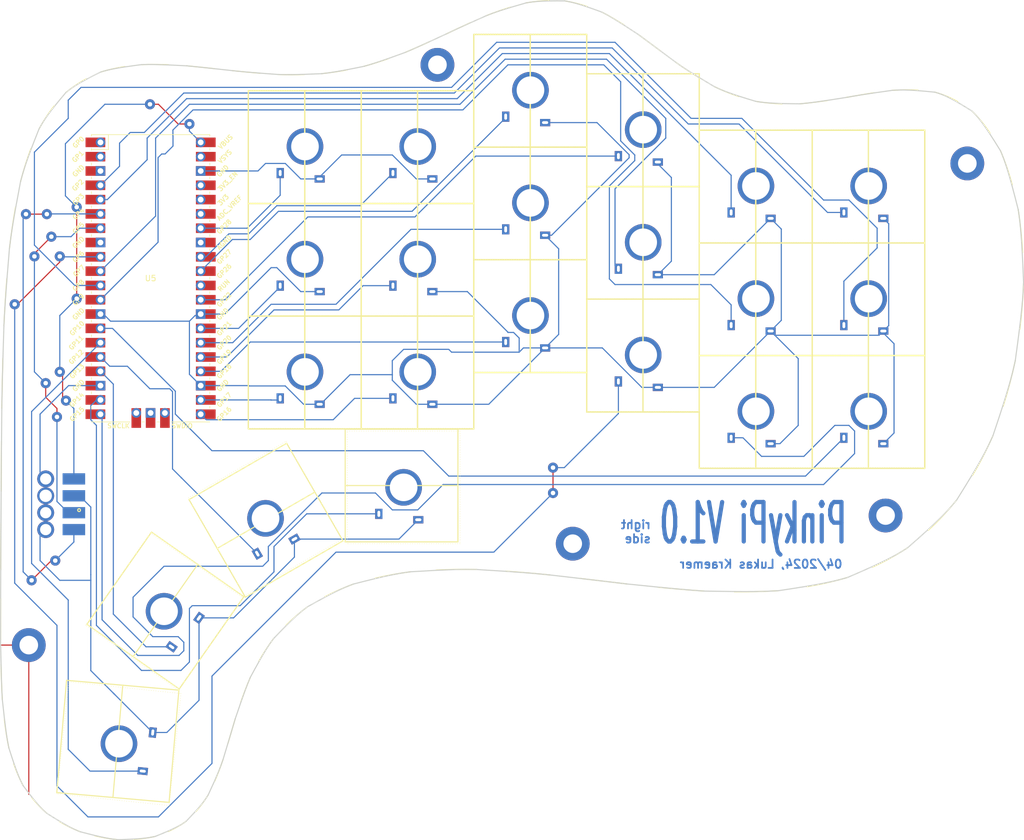
<source format=kicad_pcb>
(kicad_pcb (version 20240108) (generator "pcbnew") (generator_version "8.0")
  (layers (0 "F.Cu" signal) (31 "B.Cu" signal) (34 "B.Paste" user) (35 "F.Paste" user) (36 "B.SilkS" user "B.Silkscreen") (37 "F.SilkS" user "F.Silkscreen") (38 "B.Mask" user) (39 "F.Mask" user) (44 "Edge.Cuts" user))
  (net 0 "")
  (net 1 "Net-(U23-VCC)")
  (net 7 "Net-(U23-TX)")
  (net 11 "Net-(U23-RX)")
  (net 14 "GND")
  (net 15 "/L1")
  (net 16 "/L4")
  (net 17 "/L7")
  (net 18 "/L10")
  (net 19 "/L6")
  (net 20 "/L8")
  (net 21 "/L3")
  (net 22 "/L9")
  (net 23 "/L20")
  (net 24 "/L18")
  (net 25 "/L14")
  (net 26 "/L22")
  (net 27 "/L21")
  (net 28 "/L17")
  (net 29 "/L15")
  (net 30 "/L12")
  (net 31 "/L16")
  (net 32 "/L19")
  (net 33 "/L11")
  (net 34 "/L5")
  (net 35 "/L13")
  (net 36 "/L2")
  (footprint "1:Gateron Switch Footprint" (layer "F.Cu") (at 133.5 69.5)
    (property "Reference" "U19" (hide yes))
    (property "Value" "~")
  )
  (footprint "1:Gateron Switch Footprint" (layer "F.Cu") (at 213.5 96.5)
    (property "Reference" "U9" (hide yes))
    (property "Value" "~")
  )
  (footprint "1:Gateron Switch Footprint" (layer "F.Cu") (at 113.5 69.5)
    (property "Reference" "U18" (hide yes))
    (property "Value" "~")
  )
  (footprint "1:Gateron Switch Footprint" (layer "F.Cu") (at 213.5 56.5)
    (property "Reference" "U1" (hide yes))
    (property "Value" "~")
  )
  (footprint "1:Gateron Switch Footprint" (layer "F.Cu") (at 193.5 96.5)
    (property "Reference" "U11" (hide yes))
    (property "Value" "~")
  )
  (footprint "1:Gateron Switch Footprint" (layer "F.Cu") (at 113.5 89.5)
    (property "Reference" "U24" (hide yes))
    (property "Value" "~")
  )
  (footprint "1:Gateron Switch Footprint" (layer "F.Cu") (at 153.5 59.5)
    (property "Reference" "U21" (hide yes))
    (property "Value" "~")
  )
  (footprint "1:Gateron Switch Footprint" (layer "F.Cu") (at 173.5 46.5)
    (property "Reference" "U20" (hide yes))
    (property "Value" "~")
  )
  (footprint "MCU_RaspberryPi_and_Boards:RPi_Pico_SMD_TH" (layer "F.Cu") (at 86.11 72.89)
    (property "Reference" "U5")
    (property "Value" "Pico" (hide yes))
  )
  (footprint "1:Gateron Switch Footprint" (layer "F.Cu") (at 80.5 155.5 84)
    (property "Reference" "U14" (hide yes))
    (property "Value" "~" (hide yes))
  )
  (footprint "1:Gateron Switch Footprint" (layer "F.Cu") (at 88.5 132 55)
    (property "Reference" "U10" (hide yes))
    (property "Value" "~")
  )
  (footprint "1:Gateron Switch Footprint" (layer "F.Cu") (at 213.5 76.5)
    (property "Reference" "U8" (hide yes))
    (property "Value" "~" (hide yes))
  )
  (footprint "1:Gateron Switch Footprint" (layer "F.Cu") (at 133.5 89.5)
    (property "Reference" "U16" (hide yes))
    (property "Value" "~")
  )
  (footprint "1:Gateron Switch Footprint" (layer "F.Cu") (at 153.5 79.5)
    (property "Reference" "U17" (hide yes))
    (property "Value" "~")
  )
  (footprint "1:Gateron Switch Footprint" (layer "F.Cu") (at 173.5 66.5)
    (property "Reference" "U2" (hide yes))
    (property "Value" "~")
  )
  (footprint "AAA:Communication Port" (layer "F.Cu") (at 67.5 108.5 -90)
    (property "Reference" "U23" (hide yes))
    (property "Value" "~")
  )
  (footprint "1:Gateron Switch Footprint" (layer "F.Cu") (at 131 110)
    (property "Reference" "U6" (hide yes))
    (property "Value" "~" (hide yes))
  )
  (footprint "1:Gateron Switch Footprint" (layer "F.Cu") (at 113.5 49.5)
    (property "Reference" "U15" (hide yes))
    (property "Value" "~")
  )
  (footprint "1:Gateron Switch Footprint" (layer "F.Cu") (at 106.5 115.5 30)
    (property "Reference" "U4" (hide yes))
    (property "Value" "~" (hide yes))
  )
  (footprint "1:Gateron Switch Footprint" (layer "F.Cu") (at 193.5 76.5)
    (property "Reference" "U13" (hide yes))
    (property "Value" "~")
  )
  (footprint "1:Gateron Switch Footprint" (layer "F.Cu") (at 193.5 56.5)
    (property "Reference" "U7" (hide yes))
    (property "Value" "~" (hide yes))
  )
  (footprint "1:Gateron Switch Footprint" (layer "F.Cu") (at 153.5 39.5)
    (property "Reference" "U22" (hide yes))
    (property "Value" "~")
  )
  (footprint "1:Gateron Switch Footprint" (layer "F.Cu") (at 133.5 49.5)
    (property "Reference" "U3" (hide yes))
    (property "Value" "~" (hide yes))
  )
  (footprint "1:Gateron Switch Footprint" (layer "F.Cu") (at 173.5 86.5)
    (property "Reference" "U12" (hide yes))
    (property "Value" "~")
  )
  (gr_line (start 64.5 138) (end 64.5 164.5) (stroke (width 0.2)) (layer "F.Cu"))
  (gr_line (start 64.5 138) (end 59.5 138) (stroke (width 0.2)) (layer "F.Cu"))
  (gr_line (start 120.240669 119.499325) (end 110.240669 102.178817) (stroke (width 0.2)) (layer "F.SilkS"))
  (gr_line (start 143.462904 99.608949) (end 123.462904 99.608949) (stroke (width 0.2)) (layer "F.SilkS"))
  (gr_line (start 143.462904 69.608949) (end 163.462904 69.608949) (stroke (width 0.2)) (layer "F.SilkS"))
  (gr_line (start 173.462905 36.608949) (end 173.462905 56.608949) (stroke (width 0.2)) (layer "F.SilkS"))
  (gr_line (start 193.462905 66.608949) (end 193.462905 86.608949) (stroke (width 0.2)) (layer "F.SilkS"))
  (gr_line (start 203.462905 86.608949) (end 223.462905 86.608949) (stroke (width 0.2)) (layer "F.SilkS"))
  (gr_curve (pts (xy 105.311474 140.861764) (xy 106.097105 139.475398) (xy 106.96693 138.130937) (xy 107.930207 136.839134)) (stroke (width 0.2)) (layer "F.SilkS"))
  (gr_line (start 193.462905 66.608949) (end 193.462905 86.608949) (stroke (width 0.2)) (layer "F.SilkS"))
  (gr_line (start 143.462904 69.608949) (end 163.462904 69.608949) (stroke (width 0.2)) (layer "F.SilkS"))
  (gr_line (start 213.462905 86.608949) (end 213.462905 106.608949) (stroke (width 0.2)) (layer "F.SilkS"))
  (gr_line (start 143.462905 69.610224) (end 163.462905 69.610224) (stroke (width 0.2)) (layer "F.SilkS"))
  (gr_line (start 183.462905 86.608949) (end 203.462905 86.608949) (stroke (width 0.2)) (layer "F.SilkS"))
  (gr_line (start 163.462905 76.608949) (end 183.462905 76.608949) (stroke (width 0.2)) (layer "F.SilkS"))
  (gr_curve (pts (xy 189.665216 128.544532) (xy 192.332167 128.567416) (xy 194.963538 128.503111) (xy 197.549916 128.335673)) (stroke (width 0.2)) (layer "F.SilkS"))
  (gr_line (start 103.462904 39.608949) (end 123.462904 39.608949) (stroke (width 0.2)) (layer "F.SilkS"))
  (gr_line (start 183.462905 46.608949) (end 203.462905 46.608949) (stroke (width 0.2)) (layer "F.SilkS"))
  (gr_line (start 123.462904 39.608949) (end 123.462904 99.608949) (stroke (width 0.2)) (layer "F.SilkS"))
  (gr_curve (pts (xy 231.910125 107.889292) (xy 233.241742 105.661928) (xy 234.454658 103.303435) (xy 235.545731 100.828828)) (stroke (width 0.2)) (layer "F.SilkS"))
  (gr_line (start 213.462905 46.608949) (end 213.462905 66.608949) (stroke (width 0.2)) (layer "F.SilkS"))
  (gr_line (start 203.462905 46.608949) (end 223.462905 46.608949) (stroke (width 0.2)) (layer "F.SilkS"))
  (gr_line (start 203.462905 106.608949) (end 203.462905 46.608949) (stroke (width 0.2)) (layer "F.SilkS"))
  (gr_curve (pts (xy 183.324929 37.236522) (xy 181.942453 36.389935) (xy 180.58148 35.476566) (xy 179.239121 34.516435)) (stroke (width 0.2)) (layer "F.SilkS"))
  (gr_line (start 123.462904 39.608949) (end 143.462904 39.608949) (stroke (width 0.2)) (layer "F.SilkS"))
  (gr_line (start 123.462904 99.608949) (end 103.462904 99.608949) (stroke (width 0.2)) (layer "F.SilkS"))
  (gr_line (start 140.632866 99.679239) (end 120.632866 99.679239) (stroke (width 0.2)) (layer "F.SilkS"))
  (gr_line (start 183.462905 36.608949) (end 183.462905 96.608949) (stroke (width 0.2)) (layer "F.SilkS"))
  (gr_line (start 123.462904 39.608949) (end 143.462904 39.608949) (stroke (width 0.2)) (layer "F.SilkS"))
  (gr_line (start 113.462904 39.608949) (end 113.462904 59.608949) (stroke (width 0.2)) (layer "F.SilkS"))
  (gr_curve (pts (xy 69.953526 169.336115) (xy 71.094844 170.016693) (xy 72.307202 170.611202) (xy 73.579786 171.118218)) (stroke (width 0.2)) (layer "F.SilkS"))
  (gr_line (start 133.462904 39.608949) (end 133.462904 59.608949) (stroke (width 0.2)) (layer "F.SilkS"))
  (gr_line (start 71.20795 144.252841) (end 69.464836 164.176735) (stroke (width 0.2)) (layer "F.SilkS"))
  (gr_line (start 102.664913 129.411239) (end 86.281872 117.93971) (stroke (width 0.2)) (layer "F.SilkS"))
  (gr_line (start 193.462905 66.608949) (end 193.462905 86.608949) (stroke (width 0.2)) (layer "F.SilkS"))
  (gr_circle (center 73.427285 114.044244) (end 73.677285 114.044244) (stroke (width 0.2)) (fill none) (layer "F.SilkS"))
  (gr_circle (center 80.29834 155.086345) (end 80.54834 155.086345) (stroke (width 0.2)) (fill none) (layer "F.SilkS"))
  (gr_line (start 103.462904 39.608949) (end 123.462904 39.608949) (stroke (width 0.2)) (layer "F.SilkS"))
  (gr_line (start 223.462905 46.608949) (end 223.462905 106.608949) (stroke (width 0.2)) (layer "F.SilkS"))
  (gr_line (start 113.462904 59.608949) (end 113.462904 79.608949) (stroke (width 0.2)) (layer "F.SilkS"))
  (gr_curve (pts (xy 60.605233 72.934891) (xy 60.393563 75.64472) (xy 60.2237 78.430326) (xy 60.089195 81.277455)) (stroke (width 0.2)) (layer "F.SilkS"))
  (gr_line (start 203.462905 46.608949) (end 223.462905 46.608949) (stroke (width 0.2)) (layer "F.SilkS"))
  (gr_line (start 133.462904 79.608949) (end 133.462904 99.608949) (stroke (width 0.2)) (layer "F.SilkS"))
  (gr_line (start 223.462905 106.608949) (end 203.462905 106.608949) (stroke (width 0.2)) (layer "F.SilkS"))
  (gr_curve (pts (xy 89.255078 171.078004) (xy 90.383058 170.582182) (xy 91.440035 169.980212) (xy 92.416816 169.27327)) (stroke (width 0.2)) (layer "F.SilkS"))
  (gr_line (start 133.462904 59.608949) (end 133.462904 79.608949) (stroke (width 0.2)) (layer "F.SilkS"))
  (gr_line (start 183.462905 86.608949) (end 203.462905 86.608949) (stroke (width 0.2)) (layer "F.SilkS"))
  (gr_line (start 173.462905 56.608949) (end 173.462905 76.608949) (stroke (width 0.2)) (layer "F.SilkS"))
  (gr_line (start 183.462905 66.608949) (end 203.462905 66.608949) (stroke (width 0.2)) (layer "F.SilkS"))
  (gr_circle (center 153.462904 59.608949) (end 153.712904 59.608949) (stroke (width 0.2)) (fill none) (layer "F.SilkS"))
  (gr_line (start 183.462905 106.608949) (end 183.462905 46.608949) (stroke (width 0.2)) (layer "F.SilkS"))
  (gr_circle (center 113.462904 89.608949) (end 113.712904 89.608949) (stroke (width 0.2)) (fill none) (layer "F.SilkS"))
  (gr_line (start 103.462904 79.608949) (end 123.462904 79.608949) (stroke (width 0.2)) (layer "F.SilkS"))
  (gr_line (start 183.462905 106.608949) (end 183.462905 46.608949) (stroke (width 0.2)) (layer "F.SilkS"))
  (gr_line (start 143.462904 29.608949) (end 163.462904 29.608949) (stroke (width 0.2)) (layer "F.SilkS"))
  (gr_curve (pts (xy 59.900425 87.094672) (xy 59.817407 90.018609) (xy 59.757124 92.973202) (xy 59.713558 95.942958)) (stroke (width 0.2)) (layer "F.SilkS"))
  (gr_line (start 143.462904 89.608949) (end 143.462904 29.608949) (stroke (width 0.2)) (layer "F.SilkS"))
  (gr_line (start 203.462905 46.608949) (end 223.462905 46.608949) (stroke (width 0.2)) (layer "F.SilkS"))
  (gr_line (start 123.462904 39.608949) (end 143.462904 39.608949) (stroke (width 0.2)) (layer "F.SilkS"))
  (gr_line (start 143.462904 69.608949) (end 163.462904 69.608949) (stroke (width 0.2)) (layer "F.SilkS"))
  (gr_line (start 203.462905 106.608949) (end 183.462905 106.608949) (stroke (width 0.2)) (layer "F.SilkS"))
  (gr_curve (pts (xy 224.102358 117.592442) (xy 225.885233 115.957477) (xy 227.562317 114.162983) (xy 229.128191 112.212891)) (stroke (width 0.2)) (layer "F.SilkS"))
  (gr_line (start 143.462904 99.608949) (end 123.462904 99.608949) (stroke (width 0.2)) (layer "F.SilkS"))
  (gr_line (start 153.462905 69.610224) (end 153.462905 89.610224) (stroke (width 0.2)) (layer "F.SilkS"))
  (gr_curve (pts (xy 136.762916 124.676958) (xy 139.087336 124.563556) (xy 141.486576 124.533846) (xy 143.953102 124.581721)) (stroke (width 0.2)) (layer "F.SilkS"))
  (gr_line (start 123.462904 39.608949) (end 123.462904 99.608949) (stroke (width 0.2)) (layer "F.SilkS"))
  (gr_line (start 163.462905 36.608949) (end 183.462905 36.608949) (stroke (width 0.2)) (layer "F.SilkS"))
  (gr_line (start 103.462904 79.608949) (end 123.462904 79.608949) (stroke (width 0.2)) (layer "F.SilkS"))
  (gr_circle (center 213.462905 56.608949) (end 213.712905 56.608949) (stroke (width 0.2)) (fill none) (layer "F.SilkS"))
  (gr_line (start 143.462905 89.610224) (end 143.462905 29.610224) (stroke (width 0.2)) (layer "F.SilkS"))
  (gr_circle (center 153.462904 79.608949) (end 153.712904 79.608949) (stroke (width 0.2)) (fill none) (layer "F.SilkS"))
  (gr_line (start 83.006325 140.052149) (end 94.473393 123.675475) (stroke (width 0.2)) (layer "F.SilkS"))
  (gr_line (start 183.462905 66.608949) (end 203.462905 66.608949) (stroke (width 0.2)) (layer "F.SilkS"))
  (gr_line (start 203.462905 46.608949) (end 203.462905 106.608949) (stroke (width 0.2)) (layer "F.SilkS"))
  (gr_circle (center 113.462904 69.608949) (end 113.712904 69.608949) (stroke (width 0.2)) (fill none) (layer "F.SilkS"))
  (gr_line (start 203.462905 66.608949) (end 223.462905 66.608949) (stroke (width 0.2)) (layer "F.SilkS"))
  (gr_line (start 113.462904 59.608949) (end 113.462904 79.608949) (stroke (width 0.2)) (layer "F.SilkS"))
  (gr_curve (pts (xy 113.38841 36.718953) (xy 111.844028 36.76784) (xy 110.285086 36.762985) (xy 108.710987 36.709623)) (stroke (width 0.2)) (layer "F.SilkS"))
  (gr_line (start 163.462905 56.608949) (end 183.462905 56.608949) (stroke (width 0.2)) (layer "F.SilkS"))
  (gr_line (start 153.462904 49.608949) (end 153.462904 69.608949) (stroke (width 0.2)) (layer "F.SilkS"))
  (gr_line (start 103.462904 79.608949) (end 123.462904 79.608949) (stroke (width 0.2)) (layer "F.SilkS"))
  (gr_line (start 123.462904 99.608949) (end 123.462904 39.608949) (stroke (width 0.2)) (layer "F.SilkS"))
  (gr_line (start 123.462904 99.608949) (end 103.462904 99.608949) (stroke (width 0.2)) (layer "F.SilkS"))
  (gr_line (start 113.462904 59.608949) (end 113.462904 79.608949) (stroke (width 0.2)) (layer "F.SilkS"))
  (gr_curve (pts (xy 105.520146 36.491011) (xy 103.918287 36.366428) (xy 102.303554 36.21129) (xy 100.677953 36.035708)) (stroke (width 0.2)) (layer "F.SilkS"))
  (gr_line (start 203.462905 66.608949) (end 223.462905 66.608949) (stroke (width 0.2)) (layer "F.SilkS"))
  (gr_circle (center 153.462904 39.608949) (end 153.712904 39.608949) (stroke (width 0.2)) (fill none) (layer "F.SilkS"))
  (gr_line (start 183.462905 106.608949) (end 183.462905 46.608949) (stroke (width 0.2)) (layer "F.SilkS"))
  (gr_curve (pts (xy 61.831528 159.084782) (xy 62.306849 160.46386) (xy 62.860343 161.75056) (xy 63.498263 162.947186)) (stroke (width 0.2)) (layer "F.SilkS"))
  (gr_line (start 103.462904 39.608949) (end 123.462904 39.608949) (stroke (width 0.2)) (layer "F.SilkS"))
  (gr_curve (pts (xy 89.286202 34.988115) (xy 87.684483 34.921283) (xy 86.101796 34.904813) (xy 84.545931 34.953974)) (stroke (width 0.2)) (layer "F.SilkS"))
  (gr_curve (pts (xy 81.54727 35.308297) (xy 80.06938 35.532676) (xy 78.634372 35.85149) (xy 77.250034 36.278394)) (stroke (width 0.2)) (layer "F.SilkS"))
  (gr_curve (pts (xy 162.340112 126.166044) (xy 165.060743 126.482963) (xy 167.803667 126.81359) (xy 170.559347 127.141936)) (stroke (width 0.2)) (layer "F.SilkS"))
  (gr_line (start 213.462905 86.608949) (end 213.462905 106.608949) (stroke (width 0.2)) (layer "F.SilkS"))
  (gr_line (start 103.462904 59.608949) (end 123.462904 59.608949) (stroke (width 0.2)) (layer "F.SilkS"))
  (gr_line (start 153.462904 69.608949) (end 153.462904 89.608949) (stroke (width 0.2)) (layer "F.SilkS"))
  (gr_line (start 173.462905 56.608949) (end 173.462905 76.608949) (stroke (width 0.2)) (layer "F.SilkS"))
  (gr_curve (pts (xy 163.548724 24.637763) (xy 162.228251 24.191344) (xy 160.898251 23.859864) (xy 159.556956 23.650805)) (stroke (width 0.2)) (layer "F.SilkS"))
  (gr_line (start 173.462905 76.608949) (end 173.462905 96.608949) (stroke (width 0.2)) (layer "F.SilkS"))
  (gr_curve (pts (xy 69.030942 42.252166) (xy 68.049155 43.487044) (xy 67.142117 44.868099) (xy 66.31129 46.397054)) (stroke (width 0.2)) (layer "F.SilkS"))
  (gr_line (start 143.462904 29.608949) (end 163.462904 29.608949) (stroke (width 0.2)) (layer "F.SilkS"))
  (gr_circle (center 213.462905 76.608949) (end 213.712905 76.608949) (stroke (width 0.2)) (fill none) (layer "F.SilkS"))
  (gr_line (start 133.462904 79.608949) (end 133.462904 99.608949) (stroke (width 0.2)) (layer "F.SilkS"))
  (gr_line (start 133.462904 39.608949) (end 133.462904 59.608949) (stroke (width 0.2)) (layer "F.SilkS"))
  (gr_curve (pts (xy 190.475844 40.627503) (xy 188.994522 40.146235) (xy 187.539761 39.555921) (xy 186.111387 38.862916)) (stroke (width 0.2)) (layer "F.SilkS"))
  (gr_curve (pts (xy 214.410541 39.965087) (xy 212.788768 40.204384) (xy 211.150942 40.488674) (xy 209.505218 40.788691)) (stroke (width 0.2)) (layer "F.SilkS"))
  (gr_line (start 213.462905 66.608949) (end 213.462905 86.608949) (stroke (width 0.2)) (layer "F.SilkS"))
  (gr_line (start 163.462905 29.610224) (end 163.462905 89.610224) (stroke (width 0.2)) (layer "F.SilkS"))
  (gr_line (start 163.462905 89.610224) (end 143.462905 89.610224) (stroke (width 0.2)) (layer "F.SilkS"))
  (gr_curve (pts (xy 74.660933 37.502029) (xy 73.398197 38.178515) (xy 72.19909 38.984336) (xy 71.069265 39.928585)) (stroke (width 0.2)) (layer "F.SilkS"))
  (gr_line (start 223.462905 106.608949) (end 203.462905 106.608949) (stroke (width 0.2)) (layer "F.SilkS"))
  (gr_line (start 123.462904 79.608949) (end 143.462904 79.608949) (stroke (width 0.2)) (layer "F.SilkS"))
  (gr_line (start 193.462905 46.608949) (end 193.462905 66.608949) (stroke (width 0.2)) (layer "F.SilkS"))
  (gr_line (start 153.462904 49.608949) (end 153.462904 69.608949) (stroke (width 0.2)) (layer "F.SilkS"))
  (gr_line (start 163.462905 76.608949) (end 183.462905 76.608949) (stroke (width 0.2)) (layer "F.SilkS"))
  (gr_line (start 203.462905 106.608949) (end 183.462905 106.608949) (stroke (width 0.2)) (layer "F.SilkS"))
  (gr_line (start 183.462905 36.608949) (end 183.462905 96.608949) (stroke (width 0.2)) (layer "F.SilkS"))
  (gr_line (start 163.462905 56.608949) (end 183.462905 56.608949) (stroke (width 0.2)) (layer "F.SilkS"))
  (gr_line (start 223.462905 106.608949) (end 203.462905 106.608949) (stroke (width 0.2)) (layer "F.SilkS"))
  (gr_curve (pts (xy 240.319213 81.924038) (xy 240.662362 79.140039) (xy 240.881442 76.359117) (xy 240.977672 73.607561)) (stroke (width 0.2)) (layer "F.SilkS"))
  (gr_curve (pts (xy 237.355676 95.616219) (xy 238.198328 92.973757) (xy 238.916339 90.25898) (xy 239.508846 87.495115)) (stroke (width 0.2)) (layer "F.SilkS"))
  (gr_line (start 143.462904 89.608949) (end 143.462904 29.608949) (stroke (width 0.2)) (layer "F.SilkS"))
  (gr_line (start 143.462904 49.608949) (end 163.462904 49.608949) (stroke (width 0.2)) (layer "F.SilkS"))
  (gr_curve (pts (xy 59.656226 101.866401) (xy 59.631175 104.820543) (xy 59.61335 107.759523) (xy 59.598695 110.668635)) (stroke (width 0.2)) (layer "F.SilkS"))
  (gr_curve (pts (xy 176.594878 32.552716) (xy 175.27817 31.571738) (xy 173.972287 30.592524) (xy 172.67323 29.639447)) (stroke (width 0.2)) (layer "F.SilkS"))
  (gr_curve (pts (xy 206.219355 41.3216) (xy 204.579518 41.568294) (xy 202.945872 41.775468) (xy 201.324907 41.917403)) (stroke (width 0.2)) (layer "F.SilkS"))
  (gr_line (start 223.462905 46.608949) (end 223.462905 106.608949) (stroke (width 0.2)) (layer "F.SilkS"))
  (gr_line (start 193.462905 86.608949) (end 193.462905 106.608949) (stroke (width 0.2)) (layer "F.SilkS"))
  (gr_line (start 173.462905 76.608949) (end 173.462905 96.608949) (stroke (width 0.2)) (layer "F.SilkS"))
  (gr_line (start 213.462905 86.608949) (end 213.462905 106.608949) (stroke (width 0.2)) (layer "F.SilkS"))
  (gr_line (start 193.462905 86.608949) (end 193.462905 106.608949) (stroke (width 0.2)) (layer "F.SilkS"))
  (gr_line (start 213.462905 86.608949) (end 213.462905 106.608949) (stroke (width 0.2)) (layer "F.SilkS"))
  (gr_line (start 203.462905 106.608949) (end 183.462905 106.608949) (stroke (width 0.2)) (layer "F.SilkS"))
  (gr_curve (pts (xy 222.275129 39.505211) (xy 220.76812 39.394663) (xy 219.21954 39.411443) (xy 217.638032 39.531487)) (stroke (width 0.2)) (layer "F.SilkS"))
  (gr_line (start 163.462904 29.608949) (end 163.462904 89.608949) (stroke (width 0.2)) (layer "F.SilkS"))
  (gr_line (start 163.462905 96.608949) (end 163.462905 36.608949) (stroke (width 0.2)) (layer "F.SilkS"))
  (gr_line (start 183.462905 86.608949) (end 203.462905 86.608949) (stroke (width 0.2)) (layer "F.SilkS"))
  (gr_line (start 113.462904 79.608949) (end 113.462904 99.608949) (stroke (width 0.2)) (layer "F.SilkS"))
  (gr_line (start 173.462905 56.608949) (end 173.462905 76.608949) (stroke (width 0.2)) (layer "F.SilkS"))
  (gr_line (start 123.462904 99.608949) (end 123.462904 39.608949) (stroke (width 0.2)) (layer "F.SilkS"))
  (gr_circle (center 88.739859 131.863812) (end 88.989859 131.863812) (stroke (width 0.2)) (fill none) (layer "F.SilkS"))
  (gr_line (start 203.462905 66.608949) (end 223.462905 66.608949) (stroke (width 0.2)) (layer "F.SilkS"))
  (gr_line (start 183.462905 96.608949) (end 163.462905 96.608949) (stroke (width 0.2)) (layer "F.SilkS"))
  (gr_circle (center 133.462904 89.608949) (end 133.712904 89.608949) (stroke (width 0.2)) (fill none) (layer "F.SilkS"))
  (gr_line (start 103.462904 59.608949) (end 123.462904 59.608949) (stroke (width 0.2)) (layer "F.SilkS"))
  (gr_line (start 123.462904 39.608949) (end 123.462904 99.608949) (stroke (width 0.2)) (layer "F.SilkS"))
  (gr_line (start 163.462904 29.608949) (end 163.462904 89.608949) (stroke (width 0.2)) (layer "F.SilkS"))
  (gr_curve (pts (xy 120.974446 35.898103) (xy 119.481831 36.182593) (xy 117.978471 36.405821) (xy 116.462613 36.567434)) (stroke (width 0.2)) (layer "F.SilkS"))
  (gr_line (start 153.462904 29.608949) (end 153.462904 49.608949) (stroke (width 0.2)) (layer "F.SilkS"))
  (gr_line (start 153.462905 49.610224) (end 153.462905 69.610224) (stroke (width 0.2)) (layer "F.SilkS"))
  (gr_curve (pts (xy 76.238216 171.856906) (xy 77.580345 172.179247) (xy 78.948301 172.407581) (xy 80.324194 172.538573)) (stroke (width 0.2)) (layer "F.SilkS"))
  (gr_line (start 213.462905 66.608949) (end 213.462905 86.608949) (stroke (width 0.2)) (layer "F.SilkS"))
  (gr_curve (pts (xy 117.023741 129.419489) (xy 118.606905 128.57923) (xy 120.294584 127.826917) (xy 122.085235 127.166593)) (stroke (width 0.2)) (layer "F.SilkS"))
  (gr_line (start 183.462905 96.608949) (end 163.462905 96.608949) (stroke (width 0.2)) (layer "F.SilkS"))
  (gr_curve (pts (xy 198.140706 41.927293) (xy 196.559398 41.882393) (xy 194.999675 41.737807) (xy 193.465052 41.48099)) (stroke (width 0.2)) (layer "F.SilkS"))
  (gr_line (start 103.462904 59.608949) (end 123.462904 59.608949) (stroke (width 0.2)) (layer "F.SilkS"))
  (gr_line (start 163.462904 89.608949) (end 143.462904 89.608949) (stroke (width 0.2)) (layer "F.SilkS"))
  (gr_line (start 123.462904 39.608949) (end 143.462904 39.608949) (stroke (width 0.2)) (layer "F.SilkS"))
  (gr_line (start 163.462905 96.608949) (end 163.462905 36.608949) (stroke (width 0.2)) (layer "F.SilkS"))
  (gr_curve (pts (xy 110.157444 134.449675) (xy 111.322226 133.289907) (xy 112.589337 132.200063) (xy 113.961927 131.187954)) (stroke (width 0.2)) (layer "F.SilkS"))
  (gr_line (start 163.462905 96.608949) (end 163.462905 36.608949) (stroke (width 0.2)) (layer "F.SilkS"))
  (gr_line (start 153.462905 29.610224) (end 153.462905 49.610224) (stroke (width 0.2)) (layer "F.SilkS"))
  (gr_line (start 163.462905 36.608949) (end 183.462905 36.608949) (stroke (width 0.2)) (layer "F.SilkS"))
  (gr_curve (pts (xy 83.024531 172.495545) (xy 84.360312 172.422363) (xy 85.667319 172.245847) (xy 86.928114 171.9635)) (stroke (width 0.2)) (layer "F.SilkS"))
  (gr_line (start 102.920161 129.499325) (end 120.240669 119.499325) (stroke (width 0.2)) (layer "F.SilkS"))
  (gr_line (start 74.819266 134.310019) (end 91.193385 145.79428) (stroke (width 0.2)) (layer "F.SilkS"))
  (gr_curve (pts (xy 170.079311 27.905834) (xy 168.781836 27.07456) (xy 167.483328 26.314352) (xy 166.180142 25.645539)) (stroke (width 0.2)) (layer "F.SilkS"))
  (gr_circle (center 193.462905 76.608949) (end 193.712905 76.608949) (stroke (width 0.2)) (fill none) (layer "F.SilkS"))
  (gr_curve (pts (xy 59.503037 129.728981) (xy 59.493977 132.253748) (xy 59.49018 134.693983) (xy 59.496117 137.042659)) (stroke (width 0.2)) (layer "F.SilkS"))
  (gr_line (start 113.462904 39.608949) (end 113.462904 59.608949) (stroke (width 0.2)) (layer "F.SilkS"))
  (gr_line (start 153.462904 49.608949) (end 153.462904 69.608949) (stroke (width 0.2)) (layer "F.SilkS"))
  (gr_line (start 203.462905 86.608949) (end 223.462905 86.608949) (stroke (width 0.2)) (layer "F.SilkS"))
  (gr_curve (pts (xy 65.038261 165.078725) (xy 65.852073 166.101328) (xy 66.75351 167.037597) (xy 67.74193 167.88889)) (stroke (width 0.2)) (layer "F.SilkS"))
  (gr_line (start 92.920161 112.178817) (end 102.920161 129.499325) (stroke (width 0.2)) (layer "F.SilkS"))
  (gr_line (start 103.462904 59.608949) (end 123.462904 59.608949) (stroke (width 0.2)) (layer "F.SilkS"))
  (gr_line (start 123.462904 59.608949) (end 143.462904 59.608949) (stroke (width 0.2)) (layer "F.SilkS"))
  (gr_line (start 123.462904 99.608949) (end 103.462904 99.608949) (stroke (width 0.2)) (layer "F.SilkS"))
  (gr_line (start 173.462905 36.608949) (end 173.462905 56.608949) (stroke (width 0.2)) (layer "F.SilkS"))
  (gr_line (start 163.462905 56.608949) (end 183.462905 56.608949) (stroke (width 0.2)) (layer "F.SilkS"))
  (gr_line (start 213.462905 66.608949) (end 213.462905 86.608949) (stroke (width 0.2)) (layer "F.SilkS"))
  (gr_line (start 163.462904 29.608949) (end 163.462904 89.608949) (stroke (width 0.2)) (layer "F.SilkS"))
  (gr_line (start 163.462905 36.608949) (end 183.462905 36.608949) (stroke (width 0.2)) (layer "F.SilkS"))
  (gr_line (start 123.462904 79.608949) (end 143.462904 79.608949) (stroke (width 0.2)) (layer "F.SilkS"))
  (gr_line (start 143.462904 39.608949) (end 143.462904 99.608949) (stroke (width 0.2)) (layer "F.SilkS"))
  (gr_line (start 103.462904 99.608949) (end 103.462904 39.608949) (stroke (width 0.2)) (layer "F.SilkS"))
  (gr_line (start 123.462904 59.608949) (end 143.462904 59.608949) (stroke (width 0.2)) (layer "F.SilkS"))
  (gr_line (start 143.462904 39.608949) (end 143.462904 99.608949) (stroke (width 0.2)) (layer "F.SilkS"))
  (gr_curve (pts (xy 59.568238 141.451302) (xy 59.617245 143.606861) (xy 59.692147 145.664893) (xy 59.801659 147.623462)) (stroke (width 0.2)) (layer "F.SilkS"))
  (gr_curve (pts (xy 235.015275 47.098913) (xy 234.036921 45.614266) (xy 232.970268 44.313481) (xy 231.821793 43.203122)) (stroke (width 0.2)) (layer "F.SilkS"))
  (gr_curve (pts (xy 59.570228 116.343948) (xy 59.555938 119.153817) (xy 59.541533 121.908108) (xy 59.526419 124.594914)) (stroke (width 0.2)) (layer "F.SilkS"))
  (gr_curve (pts (xy 142.807757 27.535442) (xy 141.375467 28.181222) (xy 139.938498 28.856482) (xy 138.498046 29.543618)) (stroke (width 0.2)) (layer "F.SilkS"))
  (gr_line (start 120.632866 109.679239) (end 140.632866 109.679239) (stroke (width 0.2)) (layer "F.SilkS"))
  (gr_line (start 203.462905 106.608949) (end 203.462905 46.608949) (stroke (width 0.2)) (layer "F.SilkS"))
  (gr_line (start 103.462904 99.608949) (end 103.462904 39.608949) (stroke (width 0.2)) (layer "F.SilkS"))
  (gr_line (start 123.462904 39.608949) (end 123.462904 99.608949) (stroke (width 0.2)) (layer "F.SilkS"))
  (gr_line (start 203.462905 106.608949) (end 203.462905 46.608949) (stroke (width 0.2)) (layer "F.SilkS"))
  (gr_line (start 89.388729 165.919849) (end 91.131844 145.995955) (stroke (width 0.2)) (layer "F.SilkS"))
  (gr_line (start 173.462905 36.608949) (end 173.462905 56.608949) (stroke (width 0.2)) (layer "F.SilkS"))
  (gr_curve (pts (xy 135.609242 30.887388) (xy 134.163492 31.549551) (xy 132.715046 32.192269) (xy 131.263811 32.801626)) (stroke (width 0.2)) (layer "F.SilkS"))
  (gr_curve (pts (xy 125.959292 126.127113) (xy 127.943396 125.654051) (xy 130.021648 125.274348) (xy 132.188896 124.987455)) (stroke (width 0.2)) (layer "F.SilkS"))
  (gr_line (start 103.462904 99.608949) (end 103.462904 39.608949) (stroke (width 0.2)) (layer "F.SilkS"))
  (gr_line (start 103.462904 99.608949) (end 103.462904 39.608949) (stroke (width 0.2)) (layer "F.SilkS"))
  (gr_line (start 133.462904 79.608949) (end 133.462904 99.608949) (stroke (width 0.2)) (layer "F.SilkS"))
  (gr_line (start 183.462905 36.608949) (end 183.462905 96.608949) (stroke (width 0.2)) (layer "F.SilkS"))
  (gr_line (start 123.462904 99.608949) (end 123.462904 39.608949) (stroke (width 0.2)) (layer "F.SilkS"))
  (gr_circle (center 133.462904 69.608949) (end 133.712904 69.608949) (stroke (width 0.2)) (fill none) (layer "F.SilkS"))
  (gr_curve (pts (xy 128.348216 33.88209) (xy 126.887714 34.396984) (xy 125.421802 34.861203) (xy 123.948929 35.267861)) (stroke (width 0.2)) (layer "F.SilkS"))
  (gr_curve (pts (xy 238.963109 56.262844) (xy 238.373731 54.107478) (xy 237.678958 52.097884) (xy 236.883683 50.252072)) (stroke (width 0.2)) (layer "F.SilkS"))
  (gr_curve (pts (xy 176.069934 127.722847) (xy 178.821855 127.994925) (xy 181.567032 128.230247) (xy 184.295732 128.411572)) (stroke (width 0.2)) (layer "F.SilkS"))
  (gr_circle (center 213.462905 96.608949) (end 213.712905 96.608949) (stroke (width 0.2)) (fill none) (layer "F.SilkS"))
  (gr_line (start 163.462905 56.608949) (end 183.462905 56.608949) (stroke (width 0.2)) (layer "F.SilkS"))
  (gr_curve (pts (xy 97.475465 162.182651) (xy 98.019667 160.951127) (xy 98.512594 159.65175) (xy 98.967768 158.295277)) (stroke (width 0.2)) (layer "F.SilkS"))
  (gr_line (start 123.462904 59.608949) (end 143.462904 59.608949) (stroke (width 0.2)) (layer "F.SilkS"))
  (gr_line (start 143.462904 39.608949) (end 143.462904 99.608949) (stroke (width 0.2)) (layer "F.SilkS"))
  (gr_line (start 143.462904 49.608949) (end 163.462904 49.608949) (stroke (width 0.2)) (layer "F.SilkS"))
  (gr_line (start 133.462904 59.608949) (end 133.462904 79.608949) (stroke (width 0.2)) (layer "F.SilkS"))
  (gr_line (start 133.462904 59.608949) (end 133.462904 79.608949) (stroke (width 0.2)) (layer "F.SilkS"))
  (gr_line (start 223.462905 46.608949) (end 223.462905 106.608949) (stroke (width 0.2)) (layer "F.SilkS"))
  (gr_line (start 133.462904 59.608949) (end 133.462904 79.608949) (stroke (width 0.2)) (layer "F.SilkS"))
  (gr_curve (pts (xy 149.05387 124.870648) (xy 151.629252 125.043317) (xy 154.254631 125.272396) (xy 156.921141 125.545913)) (stroke (width 0.2)) (layer "F.SilkS"))
  (gr_curve (pts (xy 99.831803 155.460319) (xy 100.261862 154.026746) (xy 100.688001 152.560984) (xy 101.127498 151.075757)) (stroke (width 0.2)) (layer "F.SilkS"))
  (gr_line (start 143.462904 89.608949) (end 143.462904 29.608949) (stroke (width 0.2)) (layer "F.SilkS"))
  (gr_line (start 133.462904 39.608949) (end 133.462904 59.608949) (stroke (width 0.2)) (layer "F.SilkS"))
  (gr_curve (pts (xy 62.144541 60.279416) (xy 61.72838 62.606132) (xy 61.372108 65.046987) (xy 61.070379 67.591009)) (stroke (width 0.2)) (layer "F.SilkS"))
  (gr_line (start 143.462904 29.608949) (end 163.462904 29.608949) (stroke (width 0.2)) (layer "F.SilkS"))
  (gr_curve (pts (xy 202.551708 127.635553) (xy 205.021246 127.220632) (xy 207.42807 126.675989) (xy 209.763589 125.989665)) (stroke (width 0.2)) (layer "F.SilkS"))
  (gr_line (start 183.462905 66.608949) (end 203.462905 66.608949) (stroke (width 0.2)) (layer "F.SilkS"))
  (gr_line (start 213.462905 46.608949) (end 213.462905 66.608949) (stroke (width 0.2)) (layer "F.SilkS"))
  (gr_line (start 163.462905 96.608949) (end 163.462905 36.608949) (stroke (width 0.2)) (layer "F.SilkS"))
  (gr_line (start 103.462904 79.608949) (end 123.462904 79.608949) (stroke (width 0.2)) (layer "F.SilkS"))
  (gr_line (start 143.462904 39.608949) (end 143.462904 99.608949) (stroke (width 0.2)) (layer "F.SilkS"))
  (gr_line (start 143.462904 49.608949) (end 163.462904 49.608949) (stroke (width 0.2)) (layer "F.SilkS"))
  (gr_line (start 183.462905 96.608949) (end 163.462905 96.608949) (stroke (width 0.2)) (layer "F.SilkS"))
  (gr_line (start 123.462904 79.608949) (end 143.462904 79.608949) (stroke (width 0.2)) (layer "F.SilkS"))
  (gr_line (start 203.462905 46.608949) (end 203.462905 106.608949) (stroke (width 0.2)) (layer "F.SilkS"))
  (gr_line (start 213.462905 46.608949) (end 213.462905 66.608949) (stroke (width 0.2)) (layer "F.SilkS"))
  (gr_line (start 163.462904 89.608949) (end 143.462904 89.608949) (stroke (width 0.2)) (layer "F.SilkS"))
  (gr_curve (pts (xy 156.839442 23.589866) (xy 155.474973 23.616657) (xy 154.09908 23.757972) (xy 152.712088 24.007005)) (stroke (width 0.2)) (layer "F.SilkS"))
  (gr_circle (center 193.462905 56.608949) (end 193.712905 56.608949) (stroke (width 0.2)) (fill none) (layer "F.SilkS"))
  (gr_line (start 153.462904 69.608949) (end 153.462904 89.608949) (stroke (width 0.2)) (layer "F.SilkS"))
  (gr_line (start 143.462904 99.608949) (end 123.462904 99.608949) (stroke (width 0.2)) (layer "F.SilkS"))
  (gr_line (start 173.462905 76.608949) (end 173.462905 96.608949) (stroke (width 0.2)) (layer "F.SilkS"))
  (gr_line (start 193.462905 46.608949) (end 193.462905 66.608949) (stroke (width 0.2)) (layer "F.SilkS"))
  (gr_line (start 203.462905 106.608949) (end 203.462905 46.608949) (stroke (width 0.2)) (layer "F.SilkS"))
  (gr_line (start 163.462905 76.608949) (end 183.462905 76.608949) (stroke (width 0.2)) (layer "F.SilkS"))
  (gr_line (start 123.462904 99.608949) (end 103.462904 99.608949) (stroke (width 0.2)) (layer "F.SilkS"))
  (gr_curve (pts (xy 240.811403 68.297241) (xy 240.669527 65.682413) (xy 240.410169 63.148249) (xy 240.03647 60.719348)) (stroke (width 0.2)) (layer "F.SilkS"))
  (gr_circle (center 193.462905 96.608949) (end 193.712905 96.608949) (stroke (width 0.2)) (fill none) (layer "F.SilkS"))
  (gr_line (start 173.462905 76.608949) (end 173.462905 96.608949) (stroke (width 0.2)) (layer "F.SilkS"))
  (gr_line (start 203.462905 46.608949) (end 203.462905 106.608949) (stroke (width 0.2)) (layer "F.SilkS"))
  (gr_line (start 113.462904 39.608949) (end 113.462904 59.608949) (stroke (width 0.2)) (layer "F.SilkS"))
  (gr_line (start 113.462904 79.608949) (end 113.462904 99.608949) (stroke (width 0.2)) (layer "F.SilkS"))
  (gr_line (start 193.462905 46.608949) (end 193.462905 66.608949) (stroke (width 0.2)) (layer "F.SilkS"))
  (gr_line (start 103.462904 39.608949) (end 123.462904 39.608949) (stroke (width 0.2)) (layer "F.SilkS"))
  (gr_line (start 203.462905 86.608949) (end 223.462905 86.608949) (stroke (width 0.2)) (layer "F.SilkS"))
  (gr_line (start 193.462905 66.608949) (end 193.462905 86.608949) (stroke (width 0.2)) (layer "F.SilkS"))
  (gr_curve (pts (xy 214.189302 124.158661) (xy 216.358849 123.164952) (xy 218.441776 122.014828) (xy 220.430816 120.702846)) (stroke (width 0.2)) (layer "F.SilkS"))
  (gr_line (start 110.240669 102.178817) (end 92.920161 112.178817) (stroke (width 0.2)) (layer "F.SilkS"))
  (gr_line (start 123.462904 99.608949) (end 123.462904 39.608949) (stroke (width 0.2)) (layer "F.SilkS"))
  (gr_line (start 163.462904 89.608949) (end 143.462904 89.608949) (stroke (width 0.2)) (layer "F.SilkS"))
  (gr_line (start 203.462905 66.608949) (end 223.462905 66.608949) (stroke (width 0.2)) (layer "F.SilkS"))
  (gr_line (start 113.462904 79.608949) (end 113.462904 99.608949) (stroke (width 0.2)) (layer "F.SilkS"))
  (gr_line (start 140.632866 119.679239) (end 140.632866 99.679239) (stroke (width 0.2)) (layer "F.SilkS"))
  (gr_curve (pts (xy 60.163816 151.24389) (xy 60.371858 153.005051) (xy 60.63383 154.668105) (xy 60.959059 156.234247)) (stroke (width 0.2)) (layer "F.SilkS"))
  (gr_line (start 183.462905 36.608949) (end 183.462905 96.608949) (stroke (width 0.2)) (layer "F.SilkS"))
  (gr_circle (center 173.462905 46.608949) (end 173.712905 46.608949) (stroke (width 0.2)) (fill none) (layer "F.SilkS"))
  (gr_line (start 91.193385 145.79428) (end 102.664913 129.411239) (stroke (width 0.2)) (layer "F.SilkS"))
  (gr_line (start 123.462904 79.608949) (end 143.462904 79.608949) (stroke (width 0.2)) (layer "F.SilkS"))
  (gr_curve (pts (xy 94.125295 167.562618) (xy 94.939971 166.660026) (xy 95.675518 165.662905) (xy 96.335788 164.577845)) (stroke (width 0.2)) (layer "F.SilkS"))
  (gr_curve (pts (xy 64.872279 49.885235) (xy 64.188966 51.699138) (xy 63.578038 53.652667) (xy 63.036752 55.740127)) (stroke (width 0.2)) (layer "F.SilkS"))
  (gr_curve (pts (xy 102.115954 148.099343) (xy 102.633557 146.614361) (xy 103.19791 145.135829) (xy 103.824409 143.676403)) (stroke (width 0.2)) (layer "F.SilkS"))
  (gr_circle (center 130.632866 109.679239) (end 130.882866 109.679239) (stroke (width 0.2)) (fill none) (layer "F.SilkS"))
  (gr_line (start 143.462904 99.608949) (end 123.462904 99.608949) (stroke (width 0.2)) (layer "F.SilkS"))
  (gr_line (start 213.462905 66.608949) (end 213.462905 86.608949) (stroke (width 0.2)) (layer "F.SilkS"))
  (gr_line (start 69.464836 164.176735) (end 89.388729 165.919849) (stroke (width 0.2)) (layer "F.SilkS"))
  (gr_line (start 193.462905 86.608949) (end 193.462905 106.608949) (stroke (width 0.2)) (layer "F.SilkS"))
  (gr_line (start 183.462905 46.608949) (end 203.462905 46.608949) (stroke (width 0.2)) (layer "F.SilkS"))
  (gr_line (start 133.462904 79.608949) (end 133.462904 99.608949) (stroke (width 0.2)) (layer "F.SilkS"))
  (gr_line (start 113.462904 39.608949) (end 113.462904 59.608949) (stroke (width 0.2)) (layer "F.SilkS"))
  (gr_line (start 86.281872 117.93971) (end 74.819266 134.310019) (stroke (width 0.2)) (layer "F.SilkS"))
  (gr_line (start 113.462904 59.608949) (end 113.462904 79.608949) (stroke (width 0.2)) (layer "F.SilkS"))
  (gr_line (start 91.131844 145.995955) (end 71.20795 144.252841) (stroke (width 0.2)) (layer "F.SilkS"))
  (gr_curve (pts (xy 149.909431 24.775528) (xy 148.503758 25.199812) (xy 147.089399 25.704143) (xy 145.66766 26.27336)) (stroke (width 0.2)) (layer "F.SilkS"))
  (gr_line (start 113.462904 79.608949) (end 113.462904 99.608949) (stroke (width 0.2)) (layer "F.SilkS"))
  (gr_line (start 97.920161 120.839071) (end 115.240669 110.839071) (stroke (width 0.2)) (layer "F.SilkS"))
  (gr_line (start 153.462904 69.608949) (end 153.462904 89.608949) (stroke (width 0.2)) (layer "F.SilkS"))
  (gr_circle (center 133.462904 49.608949) (end 133.712904 49.608949) (stroke (width 0.2)) (fill none) (layer "F.SilkS"))
  (gr_circle (center 173.462905 86.608949) (end 173.712905 86.608949) (stroke (width 0.2)) (fill none) (layer "F.SilkS"))
  (gr_line (start 120.632866 119.679239) (end 140.632866 119.679239) (stroke (width 0.2)) (layer "F.SilkS"))
  (gr_line (start 79.426782 165.048292) (end 81.169897 145.124398) (stroke (width 0.2)) (layer "F.SilkS"))
  (gr_curve (pts (xy 97.410905 35.674246) (xy 95.776582 35.496427) (xy 94.140662 35.324431) (xy 92.508671 35.172142)) (stroke (width 0.2)) (layer "F.SilkS"))
  (gr_line (start 183.462905 46.608949) (end 203.462905 46.608949) (stroke (width 0.2)) (layer "F.SilkS"))
  (gr_line (start 153.462904 29.608949) (end 153.462904 49.608949) (stroke (width 0.2)) (layer "F.SilkS"))
  (gr_line (start 133.462904 39.608949) (end 133.462904 59.608949) (stroke (width 0.2)) (layer "F.SilkS"))
  (gr_circle (center 173.462905 66.608949) (end 173.712905 66.608949) (stroke (width 0.2)) (fill none) (layer "F.SilkS"))
  (gr_line (start 203.462905 86.608949) (end 223.462905 86.608949) (stroke (width 0.2)) (layer "F.SilkS"))
  (gr_line (start 193.462905 86.608949) (end 193.462905 106.608949) (stroke (width 0.2)) (layer "F.SilkS"))
  (gr_line (start 203.462905 106.608949) (end 183.462905 106.608949) (stroke (width 0.2)) (layer "F.SilkS"))
  (gr_circle (center 106.580415 115.839071) (end 106.830415 115.839071) (stroke (width 0.2)) (fill none) (layer "F.SilkS"))
  (gr_line (start 143.462905 49.610224) (end 163.462905 49.610224) (stroke (width 0.2)) (layer "F.SilkS"))
  (gr_line (start 163.462905 36.608949) (end 183.462905 36.608949) (stroke (width 0.2)) (layer "F.SilkS"))
  (gr_line (start 213.462905 46.608949) (end 213.462905 66.608949) (stroke (width 0.2)) (layer "F.SilkS"))
  (gr_line (start 203.462905 46.608949) (end 203.462905 106.608949) (stroke (width 0.2)) (layer "F.SilkS"))
  (gr_line (start 193.462905 46.608949) (end 193.462905 66.608949) (stroke (width 0.2)) (layer "F.SilkS"))
  (gr_line (start 153.462904 29.608949) (end 153.462904 49.608949) (stroke (width 0.2)) (layer "F.SilkS"))
  (gr_line (start 163.462905 76.608949) (end 183.462905 76.608949) (stroke (width 0.2)) (layer "F.SilkS"))
  (gr_line (start 203.462905 46.608949) (end 223.462905 46.608949) (stroke (width 0.2)) (layer "F.SilkS"))
  (gr_curve (pts (xy 229.308982 41.54274) (xy 228.019232 40.802685) (xy 226.662796 40.242903) (xy 225.247574 39.853636)) (stroke (width 0.2)) (layer "F.SilkS"))
  (gr_line (start 123.462904 59.608949) (end 143.462904 59.608949) (stroke (width 0.2)) (layer "F.SilkS"))
  (gr_line (start 223.462905 106.608949) (end 203.462905 106.608949) (stroke (width 0.2)) (layer "F.SilkS"))
  (gr_circle (center 113.462904 49.608949) (end 113.712904 49.608949) (stroke (width 0.2)) (fill none) (layer "F.SilkS"))
  (gr_line (start 183.462905 96.608949) (end 163.462905 96.608949) (stroke (width 0.2)) (layer "F.SilkS"))
  (gr_line (start 223.462905 46.608949) (end 223.462905 106.608949) (stroke (width 0.2)) (layer "F.SilkS"))
  (gr_line (start 120.632866 99.679239) (end 120.632866 119.679239) (stroke (width 0.2)) (layer "F.SilkS"))
  (gr_line (start 143.462905 29.610224) (end 163.462905 29.610224) (stroke (width 0.2)) (layer "F.SilkS"))
  (gr_line (start 183.462905 106.608949) (end 183.462905 46.608949) (stroke (width 0.2)) (layer "F.SilkS"))
  (gr_line (start 173.462905 56.608949) (end 173.462905 76.608949) (stroke (width 0.2)) (layer "F.SilkS"))
  (gr_line (start 183.462905 86.608949) (end 203.462905 86.608949) (stroke (width 0.2)) (layer "F.SilkS"))
  (gr_line (start 183.462905 46.608949) (end 203.462905 46.608949) (stroke (width 0.2)) (layer "F.SilkS"))
  (gr_line (start 183.462905 66.608949) (end 203.462905 66.608949) (stroke (width 0.2)) (layer "F.SilkS"))
  (gr_line (start 173.462905 36.608949) (end 173.462905 56.608949) (stroke (width 0.2)) (layer "F.SilkS"))
  (gr_curve (pts (xy 92.416816 169.27327) (xy 94.939971 166.660026) (xy 95.675518 165.662905) (xy 96.335788 164.577845)) (stroke (width 0.2)) (layer "Edge.Cuts"))
  (gr_curve (pts (xy 179.239121 34.516435) (xy 175.27817 31.571738) (xy 173.972287 30.592524) (xy 172.67323 29.639447)) (stroke (width 0.2)) (layer "Edge.Cuts"))
  (gr_curve (pts (xy 59.598695 110.668635) (xy 59.555938 119.153817) (xy 59.541533 121.908108) (xy 59.526419 124.594914)) (stroke (width 0.2)) (layer "Edge.Cuts"))
  (gr_curve (pts (xy 107.930207 136.839134) (xy 111.322226 133.289907) (xy 112.589337 132.200063) (xy 113.961927 131.187954)) (stroke (width 0.2)) (layer "Edge.Cuts"))
  (gr_curve (pts (xy 209.505218 40.788691) (xy 204.579518 41.568294) (xy 202.945872 41.775468) (xy 201.324907 41.917403)) (stroke (width 0.2)) (layer "Edge.Cuts"))
  (gr_curve (pts (xy 122.085235 127.166593) (xy 127.943396 125.654051) (xy 130.021648 125.274348) (xy 132.188896 124.987455)) (stroke (width 0.2)) (layer "Edge.Cuts"))
  (gr_curve (pts (xy 60.959059 156.234247) (xy 62.306849 160.46386) (xy 62.860343 161.75056) (xy 63.498263 162.947186)) (stroke (width 0.2)) (layer "Edge.Cuts"))
  (gr_curve (pts (xy 59.801659 147.623462) (xy 60.371858 153.005051) (xy 60.63383 154.668105) (xy 60.959059 156.234247)) (stroke (width 0.2)) (layer "Edge.Cuts"))
  (gr_curve (pts (xy 59.713558 95.942958) (xy 59.631175 104.820543) (xy 59.61335 107.759523) (xy 59.598695 110.668635)) (stroke (width 0.2)) (layer "Edge.Cuts"))
  (gr_curve (pts (xy 67.74193 167.88889) (xy 71.094844 170.016693) (xy 72.307202 170.611202) (xy 73.579786 171.118218)) (stroke (width 0.2)) (layer "Edge.Cuts"))
  (gr_curve (pts (xy 59.496117 137.042659) (xy 59.617245 143.606861) (xy 59.692147 145.664893) (xy 59.801659 147.623462)) (stroke (width 0.2)) (layer "Edge.Cuts"))
  (gr_curve (pts (xy 145.66766 26.27336) (xy 141.375467 28.181222) (xy 139.938498 28.856482) (xy 138.498046 29.543618)) (stroke (width 0.2)) (layer "Edge.Cuts"))
  (gr_curve (pts (xy 143.953102 124.581721) (xy 151.629252 125.043317) (xy 154.254631 125.272396) (xy 156.921141 125.545913)) (stroke (width 0.2)) (layer "Edge.Cuts"))
  (gr_curve (pts (xy 220.430816 120.702846) (xy 225.885233 115.957477) (xy 227.562317 114.162983) (xy 229.128191 112.212891)) (stroke (width 0.2)) (layer "Edge.Cuts"))
  (gr_curve (pts (xy 98.967768 158.295277) (xy 100.261862 154.026746) (xy 100.688001 152.560984) (xy 101.127498 151.075757)) (stroke (width 0.2)) (layer "Edge.Cuts"))
  (gr_curve (pts (xy 63.498263 162.947186) (xy 65.852073 166.101328) (xy 66.75351 167.037597) (xy 67.74193 167.88889)) (stroke (width 0.2)) (layer "Edge.Cuts"))
  (gr_curve (pts (xy 172.67323 29.639447) (xy 168.781836 27.07456) (xy 167.483328 26.314352) (xy 166.180142 25.645539)) (stroke (width 0.2)) (layer "Edge.Cuts"))
  (gr_curve (pts (xy 96.335788 164.577845) (xy 98.019667 160.951127) (xy 98.512594 159.65175) (xy 98.967768 158.295277)) (stroke (width 0.2)) (layer "Edge.Cuts"))
  (gr_curve (pts (xy 59.526419 124.594914) (xy 59.493977 132.253748) (xy 59.49018 134.693983) (xy 59.496117 137.042659)) (stroke (width 0.2)) (layer "Edge.Cuts"))
  (gr_curve (pts (xy 103.824409 143.676403) (xy 106.097105 139.475398) (xy 106.96693 138.130937) (xy 107.930207 136.839134)) (stroke (width 0.2)) (layer "Edge.Cuts"))
  (gr_curve (pts (xy 184.295732 128.411572) (xy 192.332167 128.567416) (xy 194.963538 128.503111) (xy 197.549916 128.335673)) (stroke (width 0.2)) (layer "Edge.Cuts"))
  (gr_curve (pts (xy 71.069265 39.928585) (xy 68.049155 43.487044) (xy 67.142117 44.868099) (xy 66.31129 46.397054)) (stroke (width 0.2)) (layer "Edge.Cuts"))
  (gr_curve (pts (xy 84.545931 34.953974) (xy 80.06938 35.532676) (xy 78.634372 35.85149) (xy 77.250034 36.278394)) (stroke (width 0.2)) (layer "Edge.Cuts"))
  (gr_curve (pts (xy 92.508671 35.172142) (xy 87.684483 34.921283) (xy 86.101796 34.904813) (xy 84.545931 34.953974)) (stroke (width 0.2)) (layer "Edge.Cuts"))
  (gr_curve (pts (xy 101.127498 151.075757) (xy 102.633557 146.614361) (xy 103.19791 145.135829) (xy 103.824409 143.676403)) (stroke (width 0.2)) (layer "Edge.Cuts"))
  (gr_curve (pts (xy 236.883683 50.252072) (xy 234.036921 45.614266) (xy 232.970268 44.313481) (xy 231.821793 43.203122)) (stroke (width 0.2)) (layer "Edge.Cuts"))
  (gr_curve (pts (xy 209.763589 125.989665) (xy 216.358849 123.164952) (xy 218.441776 122.014828) (xy 220.430816 120.702846)) (stroke (width 0.2)) (layer "Edge.Cuts"))
  (gr_curve (pts (xy 197.549916 128.335673) (xy 205.021246 127.220632) (xy 207.42807 126.675989) (xy 209.763589 125.989665)) (stroke (width 0.2)) (layer "Edge.Cuts"))
  (gr_curve (pts (xy 235.545731 100.828828) (xy 238.198328 92.973757) (xy 238.916339 90.25898) (xy 239.508846 87.495115)) (stroke (width 0.2)) (layer "Edge.Cuts"))
  (gr_curve (pts (xy 66.31129 46.397054) (xy 64.188966 51.699138) (xy 63.578038 53.652667) (xy 63.036752 55.740127)) (stroke (width 0.2)) (layer "Edge.Cuts"))
  (gr_curve (pts (xy 225.247574 39.853636) (xy 220.76812 39.394663) (xy 219.21954 39.411443) (xy 217.638032 39.531487)) (stroke (width 0.2)) (layer "Edge.Cuts"))
  (gr_curve (pts (xy 113.961927 131.187954) (xy 118.606905 128.57923) (xy 120.294584 127.826917) (xy 122.085235 127.166593)) (stroke (width 0.2)) (layer "Edge.Cuts"))
  (gr_curve (pts (xy 73.579786 171.118218) (xy 77.580345 172.179247) (xy 78.948301 172.407581) (xy 80.324194 172.538573)) (stroke (width 0.2)) (layer "Edge.Cuts"))
  (gr_curve (pts (xy 239.508846 87.495115) (xy 240.662362 79.140039) (xy 240.881442 76.359117) (xy 240.977672 73.607561)) (stroke (width 0.2)) (layer "Edge.Cuts"))
  (gr_curve (pts (xy 116.462613 36.567434) (xy 111.844028 36.76784) (xy 110.285086 36.762985) (xy 108.710987 36.709623)) (stroke (width 0.2)) (layer "Edge.Cuts"))
  (gr_curve (pts (xy 61.070379 67.591009) (xy 60.393563 75.64472) (xy 60.2237 78.430326) (xy 60.089195 81.277455)) (stroke (width 0.2)) (layer "Edge.Cuts"))
  (gr_curve (pts (xy 123.948929 35.267861) (xy 119.481831 36.182593) (xy 117.978471 36.405821) (xy 116.462613 36.567434)) (stroke (width 0.2)) (layer "Edge.Cuts"))
  (gr_curve (pts (xy 132.188896 124.987455) (xy 139.087336 124.563556) (xy 141.486576 124.533846) (xy 143.953102 124.581721)) (stroke (width 0.2)) (layer "Edge.Cuts"))
  (gr_curve (pts (xy 152.712088 24.007005) (xy 148.503758 25.199812) (xy 147.089399 25.704143) (xy 145.66766 26.27336)) (stroke (width 0.2)) (layer "Edge.Cuts"))
  (gr_curve (pts (xy 193.465052 41.48099) (xy 188.994522 40.146235) (xy 187.539761 39.555921) (xy 186.111387 38.862916)) (stroke (width 0.2)) (layer "Edge.Cuts"))
  (gr_curve (pts (xy 231.821793 43.203122) (xy 228.019232 40.802685) (xy 226.662796 40.242903) (xy 225.247574 39.853636)) (stroke (width 0.2)) (layer "Edge.Cuts"))
  (gr_curve (pts (xy 108.710987 36.709623) (xy 103.918287 36.366428) (xy 102.303554 36.21129) (xy 100.677953 36.035708)) (stroke (width 0.2)) (layer "Edge.Cuts"))
  (gr_curve (pts (xy 217.638032 39.531487) (xy 212.788768 40.204384) (xy 211.150942 40.488674) (xy 209.505218 40.788691)) (stroke (width 0.2)) (layer "Edge.Cuts"))
  (gr_curve (pts (xy 80.324194 172.538573) (xy 84.360312 172.422363) (xy 85.667319 172.245847) (xy 86.928114 171.9635)) (stroke (width 0.2)) (layer "Edge.Cuts"))
  (gr_curve (pts (xy 170.559347 127.141936) (xy 178.821855 127.994925) (xy 181.567032 128.230247) (xy 184.295732 128.411572)) (stroke (width 0.2)) (layer "Edge.Cuts"))
  (gr_curve (pts (xy 186.111387 38.862916) (xy 181.942453 36.389935) (xy 180.58148 35.476566) (xy 179.239121 34.516435)) (stroke (width 0.2)) (layer "Edge.Cuts"))
  (gr_curve (pts (xy 156.921141 125.545913) (xy 165.060743 126.482963) (xy 167.803667 126.81359) (xy 170.559347 127.141936)) (stroke (width 0.2)) (layer "Edge.Cuts"))
  (gr_curve (pts (xy 166.180142 25.645539) (xy 162.228251 24.191344) (xy 160.898251 23.859864) (xy 159.556956 23.650805)) (stroke (width 0.2)) (layer "Edge.Cuts"))
  (gr_curve (pts (xy 201.324907 41.917403) (xy 196.559398 41.882393) (xy 194.999675 41.737807) (xy 193.465052 41.48099)) (stroke (width 0.2)) (layer "Edge.Cuts"))
  (gr_curve (pts (xy 229.128191 112.212891) (xy 233.241742 105.661928) (xy 234.454658 103.303435) (xy 235.545731 100.828828)) (stroke (width 0.2)) (layer "Edge.Cuts"))
  (gr_curve (pts (xy 131.263811 32.801626) (xy 126.887714 34.396984) (xy 125.421802 34.861203) (xy 123.948929 35.267861)) (stroke (width 0.2)) (layer "Edge.Cuts"))
  (gr_curve (pts (xy 240.03647 60.719348) (xy 238.373731 54.107478) (xy 237.678958 52.097884) (xy 236.883683 50.252072)) (stroke (width 0.2)) (layer "Edge.Cuts"))
  (gr_curve (pts (xy 77.250034 36.278394) (xy 73.398197 38.178515) (xy 72.19909 38.984336) (xy 71.069265 39.928585)) (stroke (width 0.2)) (layer "Edge.Cuts"))
  (gr_curve (pts (xy 240.977672 73.607561) (xy 240.669527 65.682413) (xy 240.410169 63.148249) (xy 240.03647 60.719348)) (stroke (width 0.2)) (layer "Edge.Cuts"))
  (gr_curve (pts (xy 63.036752 55.740127) (xy 61.72838 62.606132) (xy 61.372108 65.046987) (xy 61.070379 67.591009)) (stroke (width 0.2)) (layer "Edge.Cuts"))
  (gr_curve (pts (xy 138.498046 29.543618) (xy 134.163492 31.549551) (xy 132.715046 32.192269) (xy 131.263811 32.801626)) (stroke (width 0.2)) (layer "Edge.Cuts"))
  (gr_curve (pts (xy 60.089195 81.277455) (xy 59.817407 90.018609) (xy 59.757124 92.973202) (xy 59.713558 95.942958)) (stroke (width 0.2)) (layer "Edge.Cuts"))
  (gr_curve (pts (xy 86.928114 171.9635) (xy 90.383058 170.582182) (xy 91.440035 169.980212) (xy 92.416816 169.27327)) (stroke (width 0.2)) (layer "Edge.Cuts"))
  (gr_curve (pts (xy 100.677953 36.035708) (xy 95.776582 35.496427) (xy 94.140662 35.324431) (xy 92.508671 35.172142)) (stroke (width 0.2)) (layer "Edge.Cuts"))
  (gr_curve (pts (xy 159.556956 23.650805) (xy 155.474973 23.616657) (xy 154.09908 23.757972) (xy 152.712088 24.007005)) (stroke (width 0.2)) (layer "Edge.Cuts"))
  (gr_text "side" (at 175 120 0) (layer "B.Cu") (effects (font (size 1.5 1.5) (thickness 0.3) (bold yes)) (justify left bottom mirror)))
  (gr_text "PinkyPi V1.0" (at 210 120.5 0) (layer "B.Cu") (effects (font (size 7 3.5) (thickness 0.75) (bold yes)) (justify left bottom mirror)))
  (gr_text "04/2024, Lukas Kraemer" (at 209 124.5 0) (layer "B.Cu") (effects (font (size 1.5 1.5) (thickness 0.3) (bold yes)) (justify left bottom mirror)))
  (gr_text "right" (at 175 117.5 0) (layer "B.Cu") (effects (font (size 1.5 1.5) (thickness 0.3) (bold yes)) (justify left bottom mirror)))
  (via (at 64.5 138) (size 6) (drill 3.3) (layers "F.Cu" "B.Cu") (net 0))
  (via (at 231 52.5) (size 6) (drill 3.3) (layers "F.Cu" "B.Cu") (net 0))
  (via (at 216.5 115) (size 6) (drill 3.3) (layers "F.Cu" "B.Cu") (net 0))
  (via (at 161 120) (size 6) (drill 3.3) (layers "F.Cu" "B.Cu") (net 0))
  (via (at 137 35) (size 6) (drill 3.3) (layers "F.Cu" "B.Cu") (net 0))
  (segment (start 91 45.5) (end 87.5 42) (width 0.2) (layer "F.Cu") (net 1))
  (segment (start 87.5 42) (end 86 42) (width 0.2) (layer "F.Cu") (net 1))
  (segment (start 70.5 94) (end 71.098529 94.598529) (width 0.2) (layer "F.Cu") (net 1))
  (segment (start 70.5 90) (end 70.5 94) (width 0.2) (layer "F.Cu") (net 1))
  (segment (start 93 45.5) (end 91 45.5) (width 0.2) (layer "F.Cu") (net 1))
  (segment (start 70 89.5) (end 70.5 90) (width 0.2) (layer "F.Cu") (net 1))
  (segment (start 73 76.5) (end 73 60.26) (width 0.2) (layer "F.Cu") (net 1))
  (via (at 71.098529 94.598529) (size 1.8) (drill 0.8) (layers "F.Cu" "B.Cu") (net 1))
  (via (at 70 89.5) (size 1.8) (drill 0.8) (layers "F.Cu" "B.Cu") (net 1))
  (via (at 86 42) (size 1.8) (drill 0.8) (layers "F.Cu" "B.Cu") (net 1))
  (via (at 93 45.5) (size 1.8) (drill 0.8) (layers "F.Cu" "B.Cu") (net 1))
  (via (at 73 76.5) (size 1.8) (drill 0.8) (layers "F.Cu" "B.Cu") (net 1))
  (via (at 73 60.26) (size 1.8) (drill 0.8) (layers "F.Cu" "B.Cu") (net 1))
  (segment (start 93 45.5) (end 92.74 45.76) (width 0.2) (layer "B.Cu") (net 1))
  (segment (start 71 58.26) (end 71 49) (width 0.2) (layer "B.Cu") (net 1))
  (segment (start 70 79.5) (end 70 89.5) (width 0.2) (layer "B.Cu") (net 1))
  (segment (start 73 76.5) (end 70 79.5) (width 0.2) (layer "B.Cu") (net 1))
  (segment (start 71 49) (end 78 42) (width 0.2) (layer "B.Cu") (net 1))
  (segment (start 93 45.5) (end 93 46.76) (width 0.2) (layer "B.Cu") (net 1))
  (segment (start 72.5 108.5) (end 72.5 96) (width 0.2) (layer "B.Cu") (net 1))
  (segment (start 72.5 96) (end 71.098529 94.598529) (width 0.2) (layer "B.Cu") (net 1))
  (segment (start 73 60.26) (end 71 58.26) (width 0.2) (layer "B.Cu") (net 1))
  (segment (start 78 42) (end 86 42) (width 0.2) (layer "B.Cu") (net 1))
  (segment (start 93 46.76) (end 95 48.76) (width 0.2) (layer "B.Cu") (net 1))
  (segment (start 67.7 61.5) (end 64 61.5) (width 0.2) (layer "F.Cu") (net 7))
  (segment (start 65 126.5) (end 68.5 123) (width 0.2) (layer "F.Cu") (net 7))
  (segment (start 68.5 123) (end 69.197057 123) (width 0.2) (layer "F.Cu") (net 7))
  (via (at 64 61.5) (size 1.8) (drill 0.8) (layers "F.Cu" "B.Cu") (net 7))
  (via (at 67.7 61.5) (size 1.8) (drill 0.8) (layers "F.Cu" "B.Cu") (net 7))
  (via (at 69.197057 123) (size 1.8) (drill 0.8) (layers "F.Cu" "B.Cu") (net 7))
  (via (at 65 126.5) (size 1.8) (drill 0.8) (layers "F.Cu" "B.Cu") (net 7))
  (segment (start 69.197057 123) (end 72.5 119.697057) (width 0.2) (layer "B.Cu") (net 7))
  (segment (start 65 126.5) (end 63.5 125) (width 0.2) (layer "B.Cu") (net 7))
  (segment (start 67.7 61.5) (end 67.74 61.46) (width 0.2) (layer "B.Cu") (net 7))
  (segment (start 63.5 62) (end 64 61.5) (width 0.2) (layer "B.Cu") (net 7))
  (segment (start 63.5 125) (end 63.5 62) (width 0.2) (layer "B.Cu") (net 7))
  (segment (start 67.74 61.46) (end 77.22 61.46) (width 0.2) (layer "B.Cu") (net 7))
  (segment (start 72.5 119.697057) (end 72.5 117.5) (width 0.2) (layer "B.Cu") (net 7))
  (segment (start 69.5 96) (end 69.5 97.5) (width 0.2) (layer "F.Cu") (net 11))
  (segment (start 67.5 94) (end 69.5 96) (width 0.2) (layer "F.Cu") (net 11))
  (segment (start 68.5 65.5) (end 65.5 68.5) (width 0.2) (layer "F.Cu") (net 11))
  (segment (start 65.5 68.5) (end 65.5 69) (width 0.2) (layer "F.Cu") (net 11))
  (segment (start 67.5 91.5) (end 67.5 94) (width 0.2) (layer "F.Cu") (net 11))
  (via (at 68.5 65.5) (size 1.8) (drill 0.8) (layers "F.Cu" "B.Cu") (net 11))
  (via (at 65.5 69) (size 1.8) (drill 0.8) (layers "F.Cu" "B.Cu") (net 11))
  (via (at 69.5 97.5) (size 1.8) (drill 0.8) (layers "F.Cu" "B.Cu") (net 11))
  (via (at 67.5 91.5) (size 1.8) (drill 0.8) (layers "F.Cu" "B.Cu") (net 11))
  (segment (start 72 65.5) (end 73.5 64) (width 0.2) (layer "B.Cu") (net 11))
  (segment (start 68.5 65.5) (end 72 65.5) (width 0.2) (layer "B.Cu") (net 11))
  (segment (start 73.5 64) (end 77.22 64) (width 0.2) (layer "B.Cu") (net 11))
  (segment (start 65.5 69) (end 65.5 89.5) (width 0.2) (layer "B.Cu") (net 11))
  (segment (start 65.5 89.5) (end 67.5 91.5) (width 0.2) (layer "B.Cu") (net 11))
  (segment (start 71.5 114.5) (end 72.5 114.5) (width 0.2) (layer "B.Cu") (net 11))
  (segment (start 69.5 97.5) (end 69.5 112.5) (width 0.2) (layer "B.Cu") (net 11))
  (segment (start 69.5 112.5) (end 71.5 114.5) (width 0.2) (layer "B.Cu") (net 11))
  (segment (start 67.5 108.5) (end 66.5 107.5) (width 0.2) (layer "B.Cu") (net 14))
  (segment (start 157.25 65.25) (end 156.1 65.25) (width 0.2) (layer "B.Cu") (net 14))
  (segment (start 150.5 82.5) (end 151.5 83.5) (width 0.2) (layer "B.Cu") (net 14))
  (segment (start 186.1 72.25) (end 176.1 72.25) (width 0.2) (layer "B.Cu") (net 14))
  (segment (start 72.5 111.5) (end 73.5 111.5) (width 0.2) (layer "B.Cu") (net 14))
  (segment (start 130.170354 119.179646) (end 133.6 115.75) (width 0.2) (layer "B.Cu") (net 14))
  (segment (start 103.56 91.94) (end 103.62 92) (width 0.2) (layer "B.Cu") (net 14))
  (segment (start 129 51) (end 133.25 55.25) (width 0.2) (layer "B.Cu") (net 14))
  (segment (start 75.5 126.5) (end 75.5 142.525006) (width 0.2) (layer "B.Cu") (net 14))
  (segment (start 176.1 52.25) (end 176.1 52.4) (width 0.2) (layer "B.Cu") (net 14))
  (segment (start 196.1 62.25) (end 198 64.15) (width 0.2) (layer "B.Cu") (net 14))
  (segment (start 156.1 65.25) (end 158.5 67.65) (width 0.2) (layer "B.Cu") (net 14))
  (segment (start 121.5 90) (end 128.979541 90) (width 0.2) (layer "B.Cu") (net 14))
  (segment (start 120 51) (end 129 51) (width 0.2) (layer "B.Cu") (net 14))
  (segment (start 111.626666 122.373334) (end 111.626666 119.179646) (width 0.2) (layer "B.Cu") (net 14))
  (segment (start 156.1 45.25) (end 165.3 45.25) (width 0.2) (layer "B.Cu") (net 14))
  (segment (start 71.56 91.94) (end 77.22 91.94) (width 0.2) (layer "B.Cu") (net 14))
  (segment (start 133.25 95.25) (end 136.1 95.25) (width 0.2) (layer "B.Cu") (net 14))
  (segment (start 94 79.5) (end 93 80.5) (width 0.2) (layer "B.Cu") (net 14))
  (segment (start 75.5 126.5) (end 70 126.5) (width 0.2) (layer "B.Cu") (net 14))
  (segment (start 136.1 95.25) (end 146.1 95.25) (width 0.2) (layer "B.Cu") (net 14))
  (segment (start 113.25 95.25) (end 116.1 95.25) (width 0.2) (layer "B.Cu") (net 14))
  (segment (start 95 53.84) (end 105.16 53.84) (width 0.2) (layer "B.Cu") (net 14))
  (segment (start 142.3 75.25) (end 149.5 82.45) (width 0.2) (layer "B.Cu") (net 14))
  (segment (start 110 92) (end 113.25 95.25) (width 0.2) (layer "B.Cu") (net 14))
  (segment (start 152.25 85.25) (end 156.1 85.25) (width 0.2) (layer "B.Cu") (net 14))
  (segment (start 110 52.5) (end 112.75 55.25) (width 0.2) (layer "B.Cu") (net 14))
  (segment (start 79 80.5) (end 93 80.5) (width 0.2) (layer "B.Cu") (net 14))
  (segment (start 215.35 83) (end 216.1 82.25) (width 0.2) (layer "B.Cu") (net 14))
  (segment (start 217.05 81.3) (end 216.1 82.25) (width 0.2) (layer "B.Cu") (net 14))
  (segment (start 79.474993 146.5) (end 79.737497 146.762503) (width 0.2) (layer "B.Cu") (net 14))
  (segment (start 217.05 63.2) (end 217.05 81.3) (width 0.2) (layer "B.Cu") (net 14))
  (segment (start 198 64.15) (end 198 80.35) (width 0.2) (layer "B.Cu") (net 14))
  (segment (start 93 89.94) (end 95 91.94) (width 0.2) (layer "B.Cu") (net 14))
  (segment (start 100.831731 133.168269) (end 111.626666 122.373334) (width 0.2) (layer "B.Cu") (net 14))
  (segment (start 70 126.5) (end 66.5 123) (width 0.2) (layer "B.Cu") (net 14))
  (segment (start 151.5 83.5) (end 151.5 86) (width 0.2) (layer "B.Cu") (net 14))
  (segment (start 66.5 107.5) (end 66.5 97) (width 0.2) (layer "B.Cu") (net 14))
  (segment (start 94.701423 133.168269) (end 100.831731 133.168269) (width 0.2) (layer "B.Cu") (net 14))
  (segment (start 218 100.35) (end 216.1 102.25) (width 0.2) (layer "B.Cu") (net 14))
  (segment (start 133.25 55.25) (end 136.1 55.25) (width 0.2) (layer "B.Cu") (net 14))
  (segment (start 128.979541 90) (end 128.98977 90.01023) (width 0.2) (layer "B.Cu") (net 14))
  (segment (start 95 79.5) (end 94 79.5) (width 0.2) (layer "B.Cu") (net 14))
  (segment (start 176.1 52.4) (end 176 52.5) (width 0.2) (layer "B.Cu") (net 14))
  (segment (start 94.701423 147.798577) (end 94.701423 133.168269) (width 0.2) (layer "B.Cu") (net 14))
  (segment (start 151.5 86) (end 139.5 86) (width 0.2) (layer "B.Cu") (net 14))
  (segment (start 216.1 82.25) (end 216.1 82.6) (width 0.2) (layer "B.Cu") (net 14))
  (segment (start 77.5 79) (end 79 80.5) (width 0.2) (layer "B.Cu") (net 14))
  (segment (start 116.25 95.25) (end 121.5 90) (width 0.2) (layer "B.Cu") (net 14))
  (segment (start 105.16 53.84) (end 106.5 52.5) (width 0.2) (layer "B.Cu") (net 14))
  (segment (start 166.25 85.25) (end 173.25 92.25) (width 0.2) (layer "B.Cu") (net 14))
  (segment (start 158.5 67.65) (end 158.5 82.85) (width 0.2) (layer "B.Cu") (net 14))
  (segment (start 133.6 115.6) (end 133.5 115.5) (width 0.2) (layer "B.Cu") (net 14))
  (segment (start 116.1 55.25) (end 116.1 55.1) (width 0.2) (layer "B.Cu") (net 14))
  (segment (start 165.3 45.25) (end 171 50.95) (width 0.2) (layer "B.Cu") (net 14))
  (segment (start 73.5 111.5) (end 75.5 113.5) (width 0.2) (layer "B.Cu") (net 14))
  (segment (start 95 91.94) (end 103.56 91.94) (width 0.2) (layer "B.Cu") (net 14))
  (segment (start 128.98977 90.01023) (end 128.98977 90.98977) (width 0.2) (layer "B.Cu") (net 14))
  (segment (start 77.22 79.24) (end 77.26 79.24) (width 0.2) (layer "B.Cu") (net 14))
  (segment (start 201 99) (end 197.75 102.25) (width 0.2) (layer "B.Cu") (net 14))
  (segment (start 201 87.15) (end 201 99) (width 0.2) (layer "B.Cu") (net 14))
  (segment (start 146.1 95.25) (end 156.1 85.25) (width 0.2) (layer "B.Cu") (net 14))
  (segment (start 67.5 108.5) (end 67.5 111.5) (width 0.2) (layer "B.Cu") (net 14))
  (segment (start 67.5 111.5) (end 67.5 114.5) (width 0.2) (layer "B.Cu") (net 14))
  (segment (start 197.75 102.25) (end 196.1 102.25) (width 0.2) (layer "B.Cu") (net 14))
  (segment (start 95 79.24) (end 95 79.5) (width 0.2) (layer "B.Cu") (net 14))
  (segment (start 86.490275 153.515282) (end 88.984718 153.515282) (width 0.2) (layer "B.Cu") (net 14))
  (segment (start 66.5 123) (end 66.5 118.5) (width 0.2) (layer "B.Cu") (net 14))
  (segment (start 218 84.5) (end 218 100.35) (width 0.2) (layer "B.Cu") (net 14))
  (segment (start 116.1 55.1) (end 116 55) (width 0.2) (layer "B.Cu") (net 14))
  (segment (start 88.984718 153.515282) (end 94.701423 147.798577) (width 0.2) (layer "B.Cu") (net 14))
  (segment (start 111.626666 119.179646) (end 130.170354 119.179646) (width 0.2) (layer "B.Cu") (net 14))
  (segment (start 133.6 115.75) (end 133.6 115.6) (width 0.2) (layer "B.Cu") (net 14))
  (segment (start 156.1 85.25) (end 166.25 85.25) (width 0.2) (layer "B.Cu") (net 14))
  (segment (start 107.5 71) (end 99.26 79.24) (width 0.2) (layer "B.Cu") (net 14))
  (segment (start 149.5 82.45) (end 149.5 82.5) (width 0.2) (layer "B.Cu") (net 14))
  (segment (start 95 53.84) (end 95 54) (width 0.2) (layer "B.Cu") (net 14))
  (segment (start 99.26 79.24) (end 95 79.24) (width 0.2) (layer "B.Cu") (net 14))
  (segment (start 186.1 92.25) (end 196.1 82.25) (width 0.2) (layer "B.Cu") (net 14))
  (segment (start 66.5 97) (end 71.56 91.94) (width 0.2) (layer "B.Cu") (net 14))
  (segment (start 75.5 113.5) (end 75.5 125.5) (width 0.2) (layer "B.Cu") (net 14))
  (segment (start 151.5 86) (end 152.25 85.25) (width 0.2) (layer "B.Cu") (net 14))
  (segment (start 67.5 114.5) (end 67.5 117.5) (width 0.2) (layer "B.Cu") (net 14))
  (segment (start 75.5 125.5) (end 75.5 126.5) (width 0.2) (layer "B.Cu") (net 14))
  (segment (start 171 51.5) (end 157.25 65.25) (width 0.2) (layer "B.Cu") (net 14))
  (segment (start 108.5 71) (end 107.5 71) (width 0.2) (layer "B.Cu") (net 14))
  (segment (start 173.25 92.25) (end 186.1 92.25) (width 0.2) (layer "B.Cu") (net 14))
  (segment (start 176 52.5) (end 178.5 55) (width 0.2) (layer "B.Cu") (net 14))
  (segment (start 139.5 86) (end 139 85.5) (width 0.2) (layer "B.Cu") (net 14))
  (segment (start 116.1 95.25) (end 116.25 95.25) (width 0.2) (layer "B.Cu") (net 14))
  (segment (start 149.5 82.5) (end 150.5 82.5) (width 0.2) (layer "B.Cu") (net 14))
  (segment (start 116 55) (end 120 51) (width 0.2) (layer "B.Cu") (net 14))
  (segment (start 196.1 82.25) (end 201 87.15) (width 0.2) (layer "B.Cu") (net 14))
  (segment (start 112.75 75.25) (end 108.5 71) (width 0.2) (layer "B.Cu") (net 14))
  (segment (start 139 85.5) (end 131 85.5) (width 0.2) (layer "B.Cu") (net 14))
  (segment (start 79.737497 146.762503) (end 86.490275 153.515282) (width 0.2) (layer "B.Cu") (net 14))
  (segment (start 196.85 83) (end 215.35 83) (width 0.2) (layer "B.Cu") (net 14))
  (segment (start 93 80.5) (end 93 89.94) (width 0.2) (layer "B.Cu") (net 14))
  (segment (start 112.75 55.25) (end 116.1 55.25) (width 0.2) (layer "B.Cu") (net 14))
  (segment (start 75.5 142.525006) (end 79.737497 146.762503) (width 0.2) (layer "B.Cu") (net 14))
  (segment (start 216.1 82.6) (end 218 84.5) (width 0.2) (layer "B.Cu") (net 14))
  (segment (start 103.62 92) (end 110 92) (width 0.2) (layer "B.Cu") (net 14))
  (segment (start 128.98977 87.51023) (end 128.98977 90.01023) (width 0.2) (layer "B.Cu") (net 14))
  (segment (start 158.5 82.85) (end 156.1 85.25) (width 0.2) (layer "B.Cu") (net 14))
  (segment (start 216.1 62.25) (end 217.05 63.2) (width 0.2) (layer "B.Cu") (net 14))
  (segment (start 128.98977 90.98977) (end 133.25 95.25) (width 0.2) (layer "B.Cu") (net 14))
  (segment (start 136.1 75.25) (end 142.3 75.25) (width 0.2) (layer "B.Cu") (net 14))
  (segment (start 196.1 62.25) (end 186.1 72.25) (width 0.2) (layer "B.Cu") (net 14))
  (segment (start 116.1 75.25) (end 112.75 75.25) (width 0.2) (layer "B.Cu") (net 14))
  (segment (start 66.5 118.5) (end 67.5 117.5) (width 0.2) (layer "B.Cu") (net 14))
  (segment (start 77.26 79.24) (end 77.5 79) (width 0.2) (layer "B.Cu") (net 14))
  (segment (start 178.5 69.85) (end 176.1 72.25) (width 0.2) (layer "B.Cu") (net 14))
  (segment (start 196.1 82.25) (end 196.85 83) (width 0.2) (layer "B.Cu") (net 14))
  (segment (start 106.5 52.5) (end 110 52.5) (width 0.2) (layer "B.Cu") (net 14))
  (segment (start 178.5 55) (end 178.5 69.85) (width 0.2) (layer "B.Cu") (net 14))
  (segment (start 171 50.95) (end 171 51.5) (width 0.2) (layer "B.Cu") (net 14))
  (segment (start 198 80.35) (end 196.1 82.25) (width 0.2) (layer "B.Cu") (net 14))
  (segment (start 131 85.5) (end 128.98977 87.51023) (width 0.2) (layer "B.Cu") (net 14))
  (segment (start 140 40) (end 92 40) (width 0.2) (layer "B.Cu") (net 15))
  (segment (start 92 40) (end 85 47) (width 0.2) (layer "B.Cu") (net 15))
  (segment (start 168 32) (end 148 32) (width 0.2) (layer "B.Cu") (net 15))
  (segment (start 209.1 61.2) (end 206.2 61.2) (width 0.2) (layer "B.Cu") (net 15))
  (segment (start 80.6 48.9) (end 80.6 53) (width 0.2) (layer "B.Cu") (net 15))
  (segment (start 181.5 45.5) (end 168 32) (width 0.2) (layer "B.Cu") (net 15))
  (segment (start 206.2 61.2) (end 190.5 45.5) (width 0.2) (layer "B.Cu") (net 15))
  (segment (start 82.5 47) (end 80.6 48.9) (width 0.2) (layer "B.Cu") (net 15))
  (segment (start 190.5 45.5) (end 181.5 45.5) (width 0.2) (layer "B.Cu") (net 15))
  (segment (start 148 32) (end 140 40) (width 0.2) (layer "B.Cu") (net 15))
  (segment (start 80.6 53) (end 77.22 56.38) (width 0.2) (layer "B.Cu") (net 15))
  (segment (start 85 47) (end 82.5 47) (width 0.2) (layer "B.Cu") (net 15))
  (segment (start 169.1 71.2) (end 168.5 70.6) (width 0.2) (layer "B.Cu") (net 16))
  (segment (start 168.5 57) (end 177.5 48) (width 0.2) (layer "B.Cu") (net 16))
  (segment (start 169.1 71.2) (end 169.1 71.4) (width 0.2) (layer "B.Cu") (net 16))
  (segment (start 87 61.84) (end 77.22 71.62) (width 0.2) (layer "B.Cu") (net 16))
  (segment (start 167 34) (end 149 34) (width 0.2) (layer "B.Cu") (net 16))
  (segment (start 177.5 48) (end 177.5 44.5) (width 0.2) (layer "B.Cu") (net 16))
  (segment (start 141 42) (end 93 42) (width 0.2) (layer "B.Cu") (net 16))
  (segment (start 177.5 44.5) (end 167 34) (width 0.2) (layer "B.Cu") (net 16))
  (segment (start 149 34) (end 141 42) (width 0.2) (layer "B.Cu") (net 16))
  (segment (start 93 42) (end 87 48) (width 0.2) (layer "B.Cu") (net 16))
  (segment (start 168.5 70.6) (end 168.5 57) (width 0.2) (layer "B.Cu") (net 16))
  (segment (start 87 48) (end 87 61.84) (width 0.2) (layer "B.Cu") (net 16))
  (segment (start 169.1 71.4) (end 169 71.5) (width 0.2) (layer "B.Cu") (net 16))
  (segment (start 96.56 69.08) (end 95 69.08) (width 0.2) (layer "F.Cu") (net 17))
  (segment (start 103.5 65) (end 100 65) (width 0.2) (layer "B.Cu") (net 17))
  (segment (start 95.92 69.08) (end 95 69.08) (width 0.2) (layer "B.Cu") (net 17))
  (segment (start 108.5 60) (end 103.5 65) (width 0.2) (layer "B.Cu") (net 17))
  (segment (start 129.1 54.2) (end 123.3 60) (width 0.2) (layer "B.Cu") (net 17))
  (segment (start 100 65) (end 95.92 69.08) (width 0.2) (layer "B.Cu") (net 17))
  (segment (start 123.3 60) (end 108.5 60) (width 0.2) (layer "B.Cu") (net 17))
  (segment (start 105.039488 121.770319) (end 91.634585 108.365415) (width 0.2) (layer "B.Cu") (net 18))
  (segment (start 85.986346 92.5) (end 89.5 92.5) (width 0.2) (layer "B.Cu") (net 18))
  (segment (start 81.986346 88.5) (end 85.986346 92.5) (width 0.2) (layer "B.Cu") (net 18))
  (segment (start 89.5 92.5) (end 90 93) (width 0.2) (layer "B.Cu") (net 18))
  (segment (start 91.634585 108.365415) (end 91.5 108.230831) (width 0.2) (layer "B.Cu") (net 18))
  (segment (start 90 106.73083) (end 91.634585 108.365415) (width 0.2) (layer "B.Cu") (net 18))
  (segment (start 90 93) (end 90 106.73083) (width 0.2) (layer "B.Cu") (net 18))
  (segment (start 78.86 88.5) (end 81.986346 88.5) (width 0.2) (layer "B.Cu") (net 18))
  (segment (start 78.86 88.5) (end 77.22 86.86) (width 0.2) (layer "B.Cu") (net 18))
  (segment (start 90.085 47.585) (end 90.07 47.57) (width 0.2) (layer "B.Cu") (net 19))
  (segment (start 93.64 43) (end 90.07 46.57) (width 0.2) (layer "B.Cu") (net 19))
  (segment (start 167.5 56.5) (end 172 52) (width 0.2) (layer "B.Cu") (net 19))
  (segment (start 189.1 77.6) (end 185.5 74) (width 0.2) (layer "B.Cu") (net 19))
  (segment (start 90.07 47.57) (end 90.07 46.57) (width 0.2) (layer "B.Cu") (net 19))
  (segment (start 166.5 35) (end 149.5 35) (width 0.2) (layer "B.Cu") (net 19))
  (segment (start 90.085 47.585) (end 90.085 49.415) (width 0.2) (layer "B.Cu") (net 19))
  (segment (start 169.5 38) (end 166.5 35) (width 0.2) (layer "B.Cu") (net 19))
  (segment (start 167.5 73) (end 167.5 56.5) (width 0.2) (layer "B.Cu") (net 19))
  (segment (start 149.5 35) (end 141.5 43) (width 0.2) (layer "B.Cu") (net 19))
  (segment (start 185.5 74) (end 168.5 74) (width 0.2) (layer "B.Cu") (net 19))
  (segment (start 172 51) (end 169.5 48.5) (width 0.2) (layer "B.Cu") (net 19))
  (segment (start 169.5 48.5) (end 169.5 38) (width 0.2) (layer "B.Cu") (net 19))
  (segment (start 141.5 43) (end 93.64 43) (width 0.2) (layer "B.Cu") (net 19))
  (segment (start 90.085 49.415) (end 88.68 50.82) (width 0.2) (layer "B.Cu") (net 19))
  (segment (start 88.68 50.82) (end 88.079365 50.82) (width 0.2) (layer "B.Cu") (net 19))
  (segment (start 189.1 81.2) (end 189.1 77.6) (width 0.2) (layer "B.Cu") (net 19))
  (segment (start 172 52) (end 172 51) (width 0.2) (layer "B.Cu") (net 19))
  (segment (start 88.079365 50.82) (end 87.435 51.464365) (width 0.2) (layer "B.Cu") (net 19))
  (segment (start 87.435 66.485) (end 77.22 76.7) (width 0.2) (layer "B.Cu") (net 19))
  (segment (start 168.5 74) (end 167.5 73) (width 0.2) (layer "B.Cu") (net 19))
  (segment (start 87.435 51.464365) (end 87.435 66.485) (width 0.2) (layer "B.Cu") (net 19))
  (segment (start 134.5 103.5) (end 97 103.5) (width 0.2) (layer "B.Cu") (net 20))
  (segment (start 209.1 101.2) (end 202.3 108) (width 0.2) (layer "B.Cu") (net 20))
  (segment (start 90.5 92.934314) (end 79.345686 81.78) (width 0.2) (layer "B.Cu") (net 20))
  (segment (start 90.5 97) (end 90.5 92.934314) (width 0.2) (layer "B.Cu") (net 20))
  (segment (start 139 108) (end 134.5 103.5) (width 0.2) (layer "B.Cu") (net 20))
  (segment (start 202.3 108) (end 139 108) (width 0.2) (layer "B.Cu") (net 20))
  (segment (start 79.345686 81.78) (end 77.22 81.78) (width 0.2) (layer "B.Cu") (net 20))
  (segment (start 97 103.5) (end 90.5 97) (width 0.2) (layer "B.Cu") (net 20))
  (segment (start 62 77.5) (end 62.5 77.5) (width 0.2) (layer "F.Cu") (net 21))
  (segment (start 70 70) (end 70 69) (width 0.2) (layer "F.Cu") (net 21))
  (segment (start 62.5 77.5) (end 70 70) (width 0.2) (layer "F.Cu") (net 21))
  (segment (start 157.5 106.5) (end 157.5 110.3) (width 0.2) (layer "F.Cu") (net 21))
  (via (at 62 77.5) (size 1.8) (drill 0.8) (layers "F.Cu" "B.Cu") (net 21))
  (via (at 157.5 111) (size 1.8) (drill 0.8) (layers "F.Cu" "B.Cu") (net 21))
  (via (at 70 69) (size 1.8) (drill 0.8) (layers "F.Cu" "B.Cu") (net 21))
  (via (at 157.5 106.5) (size 1.8) (drill 0.8) (layers "F.Cu" "B.Cu") (net 21))
  (segment (start 62 127) (end 69.5 134.5) (width 0.2) (layer "B.Cu") (net 21))
  (segment (start 70.08 69.08) (end 77.22 69.08) (width 0.2) (layer "B.Cu") (net 21))
  (segment (start 147 121.5) (end 157.5 111) (width 0.2) (layer "B.Cu") (net 21))
  (segment (start 62 77.5) (end 62 127) (width 0.2) (layer "B.Cu") (net 21))
  (segment (start 75 168.5) (end 87.5 168.5) (width 0.2) (layer "B.Cu") (net 21))
  (segment (start 169.1 91.1) (end 169 91) (width 0.2) (layer "B.Cu") (net 21))
  (segment (start 159.5 106.5) (end 169.1 96.9) (width 0.2) (layer "B.Cu") (net 21))
  (segment (start 119 121.5) (end 147 121.5) (width 0.2) (layer "B.Cu") (net 21))
  (segment (start 69.5 163) (end 75 168.5) (width 0.2) (layer "B.Cu") (net 21))
  (segment (start 97 143.5) (end 119 121.5) (width 0.2) (layer "B.Cu") (net 21))
  (segment (start 169.1 96.9) (end 169.1 91.2) (width 0.2) (layer "B.Cu") (net 21))
  (segment (start 157.5 106.5) (end 159.5 106.5) (width 0.2) (layer "B.Cu") (net 21))
  (segment (start 169.1 91.2) (end 169.1 91.1) (width 0.2) (layer "B.Cu") (net 21))
  (segment (start 97 159) (end 97 143.5) (width 0.2) (layer "B.Cu") (net 21))
  (segment (start 69.5 134.5) (end 69.5 163) (width 0.2) (layer "B.Cu") (net 21))
  (segment (start 87.5 168.5) (end 97 159) (width 0.2) (layer "B.Cu") (net 21))
  (segment (start 70 69) (end 70.08 69.08) (width 0.2) (layer "B.Cu") (net 21))
  (segment (start 75.36718 160.36718) (end 71.5 156.5) (width 0.2) (layer "B.Cu") (net 22))
  (segment (start 65 96.54) (end 77.22 84.32) (width 0.2) (layer "B.Cu") (net 22))
  (segment (start 71.5 156.5) (end 71.5 130) (width 0.2) (layer "B.Cu") (net 22))
  (segment (start 65 123.5) (end 65 96.54) (width 0.2) (layer "B.Cu") (net 22))
  (segment (start 71.5 130) (end 65 123.5) (width 0.2) (layer "B.Cu") (net 22))
  (segment (start 84.714328 160.36718) (end 75.36718 160.36718) (width 0.2) (layer "B.Cu") (net 22))
  (segment (start 114 62) (end 99.3 76.7) (width 0.2) (layer "B.Cu") (net 23))
  (segment (start 169.1 51.2) (end 143.8 51.2) (width 0.2) (layer "B.Cu") (net 23))
  (segment (start 99.3 76.7) (end 95 76.7) (width 0.2) (layer "B.Cu") (net 23))
  (segment (start 143.8 51.2) (end 133 62) (width 0.2) (layer "B.Cu") (net 23))
  (segment (start 133 62) (end 114 62) (width 0.2) (layer "B.Cu") (net 23))
  (segment (start 149.1 64.2) (end 132.3 64.2) (width 0.2) (layer "B.Cu") (net 24))
  (segment (start 132.3 64.2) (end 119 77.5) (width 0.2) (layer "B.Cu") (net 24))
  (segment (start 100.68 84.32) (end 95 84.32) (width 0.2) (layer "B.Cu") (net 24))
  (segment (start 107.5 77.5) (end 100.68 84.32) (width 0.2) (layer "B.Cu") (net 24))
  (segment (start 119 77.5) (end 107.5 77.5) (width 0.2) (layer "B.Cu") (net 24))
  (segment (start 211 104) (end 205.5 109.5) (width 0.2) (layer "B.Cu") (net 25))
  (segment (start 194.5 104.5) (end 202 104.5) (width 0.2) (layer "B.Cu") (net 25))
  (segment (start 88.5 124) (end 83 129.5) (width 0.2) (layer "B.Cu") (net 25))
  (segment (start 129 114) (end 126 111) (width 0.2) (layer "B.Cu") (net 25))
  (segment (start 207.5 99) (end 210 99) (width 0.2) (layer "B.Cu") (net 25))
  (segment (start 92 139) (end 91.165686 139.834314) (width 0.2) (layer "B.Cu") (net 25))
  (segment (start 189.1 101.2) (end 189.1 101.1) (width 0.2) (layer "B.Cu") (net 25))
  (segment (start 202 104.5) (end 207.5 99) (width 0.2) (layer "B.Cu") (net 25))
  (segment (start 77.5 133.5) (end 77.5 97.3) (width 0.2) (layer "B.Cu") (net 25))
  (segment (start 91.165686 139.834314) (end 83.834314 139.834314) (width 0.2) (layer "B.Cu") (net 25))
  (segment (start 83.834314 139.834314) (end 77.5 133.5) (width 0.2) (layer "B.Cu") (net 25))
  (segment (start 107 123) (end 106 124) (width 0.2) (layer "B.Cu") (net 25))
  (segment (start 189.1 101.2) (end 191.2 101.2) (width 0.2) (layer "B.Cu") (net 25))
  (segment (start 210 99) (end 211 100) (width 0.2) (layer "B.Cu") (net 25))
  (segment (start 83 133) (end 86.5 136.5) (width 0.2) (layer "B.Cu") (net 25))
  (segment (start 107 120.5) (end 107 123) (width 0.2) (layer "B.Cu") (net 25))
  (segment (start 116.5 111) (end 107 120.5) (width 0.2) (layer "B.Cu") (net 25))
  (segment (start 77.5 97.3) (end 77.22 97.02) (width 0.2) (layer "B.Cu") (net 25))
  (segment (start 92 137.5) (end 92 139) (width 0.2) (layer "B.Cu") (net 25))
  (segment (start 133.5 114) (end 129 114) (width 0.2) (layer "B.Cu") (net 25))
  (segment (start 86.5 136.5) (end 91 136.5) (width 0.2) (layer "B.Cu") (net 25))
  (segment (start 138 109.5) (end 133.5 114) (width 0.2) (layer "B.Cu") (net 25))
  (segment (start 106 124) (end 88.5 124) (width 0.2) (layer "B.Cu") (net 25))
  (segment (start 191.2 101.2) (end 194.5 104.5) (width 0.2) (layer "B.Cu") (net 25))
  (segment (start 91 136.5) (end 92 137.5) (width 0.2) (layer "B.Cu") (net 25))
  (segment (start 189.1 101.1) (end 189.5 101.5) (width 0.2) (layer "B.Cu") (net 25))
  (segment (start 211 100) (end 211 104) (width 0.2) (layer "B.Cu") (net 25))
  (segment (start 126 111) (end 116.5 111) (width 0.2) (layer "B.Cu") (net 25))
  (segment (start 205.5 109.5) (end 138 109.5) (width 0.2) (layer "B.Cu") (net 25))
  (segment (start 83 129.5) (end 83 133) (width 0.2) (layer "B.Cu") (net 25))
  (segment (start 109.1 94.2) (end 109.1 94.4) (width 0.2) (layer "B.Cu") (net 26))
  (segment (start 109 94.5) (end 107.5 94.5) (width 0.2) (layer "B.Cu") (net 26))
  (segment (start 109.1 94.4) (end 109 94.5) (width 0.2) (layer "B.Cu") (net 26))
  (segment (start 107.48 94.48) (end 95 94.48) (width 0.2) (layer "B.Cu") (net 26))
  (segment (start 107.5 94.5) (end 107.48 94.48) (width 0.2) (layer "B.Cu") (net 26))
  (segment (start 95 71.62) (end 100.62 66) (width 0.2) (layer "B.Cu") (net 27))
  (segment (start 132.5 61) (end 149.1 44.4) (width 0.2) (layer "B.Cu") (net 27))
  (segment (start 149.1 44.4) (end 149.1 44.2) (width 0.2) (layer "B.Cu") (net 27))
  (segment (start 108.782843 61) (end 132.5 61) (width 0.2) (layer "B.Cu") (net 27))
  (segment (start 103.782843 66) (end 108.782843 61) (width 0.2) (layer "B.Cu") (net 27))
  (segment (start 100.62 66) (end 103.782843 66) (width 0.2) (layer "B.Cu") (net 27))
  (segment (start 149.1 44.2) (end 149.1 44.45) (width 0.2) (layer "B.Cu") (net 27))
  (segment (start 108 78.5) (end 99.64 86.86) (width 0.2) (layer "B.Cu") (net 28))
  (segment (start 119.5 78.5) (end 108 78.5) (width 0.2) (layer "B.Cu") (net 28))
  (segment (start 129.1 74.2) (end 123.8 74.2) (width 0.2) (layer "B.Cu") (net 28))
  (segment (start 99.64 86.86) (end 95 86.86) (width 0.2) (layer "B.Cu") (net 28))
  (segment (start 123.8 74.2) (end 119.5 78.5) (width 0.2) (layer "B.Cu") (net 28))
  (segment (start 118.5 98) (end 95.98 98) (width 0.2) (layer "B.Cu") (net 29))
  (segment (start 122.3 94.2) (end 118.5 98) (width 0.2) (layer "B.Cu") (net 29))
  (segment (start 95.98 98) (end 95 97.02) (width 0.2) (layer "B.Cu") (net 29))
  (segment (start 129.1 94.2) (end 122.3 94.2) (width 0.2) (layer "B.Cu") (net 29))
  (segment (start 103.25 64) (end 95 64) (width 0.2) (layer "B.Cu") (net 30))
  (segment (start 109.1 58.15) (end 103.25 64) (width 0.2) (layer "B.Cu") (net 30))
  (segment (start 109.1 54.2) (end 109.1 58.15) (width 0.2) (layer "B.Cu") (net 30))
  (segment (start 98.6 89.4) (end 95 89.4) (width 0.2) (layer "B.Cu") (net 31))
  (segment (start 149.1 84.2) (end 103.8 84.2) (width 0.2) (layer "B.Cu") (net 31))
  (segment (start 103.8 84.2) (end 98.6 89.4) (width 0.2) (layer "B.Cu") (net 31))
  (segment (start 109.1 74.2) (end 109.1 74.4) (width 0.2) (layer "B.Cu") (net 32))
  (segment (start 101.72 81.78) (end 95 81.78) (width 0.2) (layer "B.Cu") (net 32))
  (segment (start 109.1 74.4) (end 101.72 81.78) (width 0.2) (layer "B.Cu") (net 32))
  (segment (start 89.826278 138.300078) (end 85.300078 138.300078) (width 0.2) (layer "B.Cu") (net 33))
  (segment (start 79.5 91.68) (end 77.22 89.4) (width 0.2) (layer "B.Cu") (net 33))
  (segment (start 79.5 132.5) (end 79.5 91.68) (width 0.2) (layer "B.Cu") (net 33))
  (segment (start 85.300078 138.300078) (end 79.5 132.5) (width 0.2) (layer "B.Cu") (net 33))
  (segment (start 65.5 50.5) (end 65.5 67) (width 0.2) (layer "B.Cu") (net 34))
  (segment (start 210 59) (end 205.5 59) (width 0.2) (layer "B.Cu") (net 34))
  (segment (start 71.5 41.269543) (end 71.5 44.5) (width 0.2) (layer "B.Cu") (net 34))
  (segment (start 209.1 73.4) (end 215 67.5) (width 0.2) (layer "B.Cu") (net 34))
  (segment (start 205.5 59) (end 191 44.5) (width 0.2) (layer "B.Cu") (net 34))
  (segment (start 139.5 39) (end 73.769543 39) (width 0.2) (layer "B.Cu") (net 34))
  (segment (start 71.5 44.5) (end 65.5 50.5) (width 0.2) (layer "B.Cu") (net 34))
  (segment (start 191 44.5) (end 182 44.5) (width 0.2) (layer "B.Cu") (net 34))
  (segment (start 73.769543 39) (end 71.5 41.269543) (width 0.2) (layer "B.Cu") (net 34))
  (segment (start 65.5 67) (end 72.66 74.16) (width 0.2) (layer "B.Cu") (net 34))
  (segment (start 72.66 74.16) (end 77.22 74.16) (width 0.2) (layer "B.Cu") (net 34))
  (segment (start 168.5 31) (end 147.5 31) (width 0.2) (layer "B.Cu") (net 34))
  (segment (start 209.1 81.2) (end 209.1 73.4) (width 0.2) (layer "B.Cu") (net 34))
  (segment (start 215 64) (end 210 59) (width 0.2) (layer "B.Cu") (net 34))
  (segment (start 182 44.5) (end 168.5 31) (width 0.2) (layer "B.Cu") (net 34))
  (segment (start 147.5 31) (end 139.5 39) (width 0.2) (layer "B.Cu") (net 34))
  (segment (start 215 67.5) (end 215 64) (width 0.2) (layer "B.Cu") (net 34))
  (segment (start 75.5 98) (end 76.5 99) (width 0.2) (layer "B.Cu") (net 35))
  (segment (start 93 141) (end 93 131.5) (width 0.2) (layer "B.Cu") (net 35))
  (segment (start 93 131.5) (end 93.5 131) (width 0.2) (layer "B.Cu") (net 35))
  (segment (start 113.8 114.7) (end 126.6 114.7) (width 0.2) (layer "B.Cu") (net 35))
  (segment (start 84.5 142.5) (end 91.5 142.5) (width 0.2) (layer "B.Cu") (net 35))
  (segment (start 102 131) (end 108 125) (width 0.2) (layer "B.Cu") (net 35))
  (segment (start 108 125) (end 108 120.5) (width 0.2) (layer "B.Cu") (net 35))
  (segment (start 93.5 131) (end 102 131) (width 0.2) (layer "B.Cu") (net 35))
  (segment (start 76.5 99) (end 76.5 134.5) (width 0.2) (layer "B.Cu") (net 35))
  (segment (start 77.22 94.48) (end 76.52 94.48) (width 0.2) (layer "B.Cu") (net 35))
  (segment (start 75.5 95.5) (end 75.5 98) (width 0.2) (layer "B.Cu") (net 35))
  (segment (start 76.52 94.48) (end 75.5 95.5) (width 0.2) (layer "B.Cu") (net 35))
  (segment (start 91.5 142.5) (end 93 141) (width 0.2) (layer "B.Cu") (net 35))
  (segment (start 76.5 134.5) (end 84.5 142.5) (width 0.2) (layer "B.Cu") (net 35))
  (segment (start 108 120.5) (end 113.8 114.7) (width 0.2) (layer "B.Cu") (net 35))
  (segment (start 148.5 33) (end 140.5 41) (width 0.2) (layer "B.Cu") (net 36))
  (segment (start 85.5 51.842081) (end 78.422081 58.92) (width 0.2) (layer "B.Cu") (net 36))
  (segment (start 140.5 41) (end 92.5 41) (width 0.2) (layer "B.Cu") (net 36))
  (segment (start 85.5 48) (end 85.5 51.842081) (width 0.2) (layer "B.Cu") (net 36))
  (segment (start 78.422081 58.92) (end 77.22 58.92) (width 0.2) (layer "B.Cu") (net 36))
  (segment (start 189.1 54.6) (end 167.5 33) (width 0.2) (layer "B.Cu") (net 36))
  (segment (start 167.5 33) (end 148.5 33) (width 0.2) (layer "B.Cu") (net 36))
  (segment (start 92.5 41) (end 85.5 48) (width 0.2) (layer "B.Cu") (net 36))
  (segment (start 189.1 61.2) (end 189.1 54.6) (width 0.2) (layer "B.Cu") (net 36))
)
</source>
